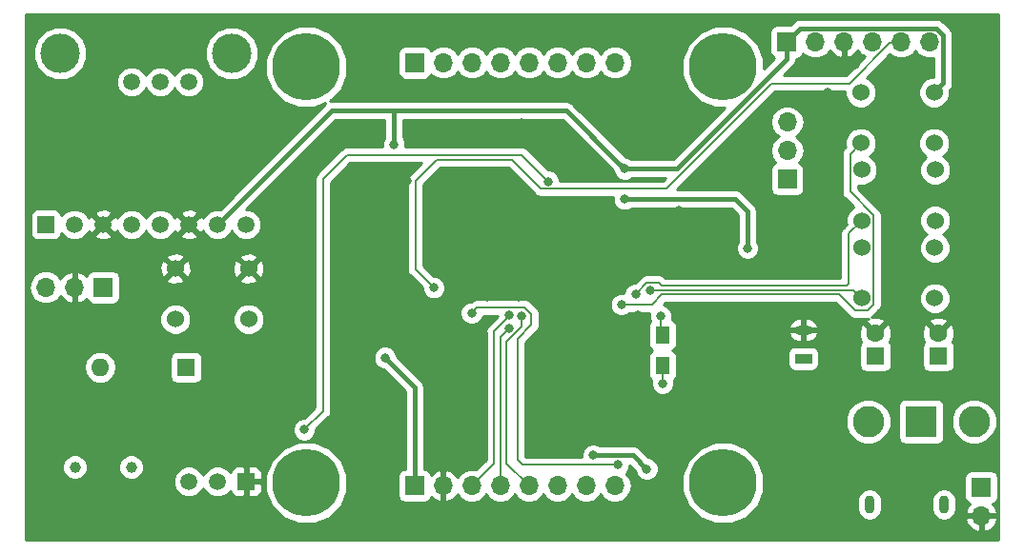
<source format=gbr>
G04 #@! TF.GenerationSoftware,KiCad,Pcbnew,5.0.2-bee76a0~70~ubuntu16.04.1*
G04 #@! TF.CreationDate,2019-02-15T13:05:02+01:00*
G04 #@! TF.ProjectId,lab,6c61622e-6b69-4636-9164-5f7063625858,rev?*
G04 #@! TF.SameCoordinates,Original*
G04 #@! TF.FileFunction,Copper,L2,Bot*
G04 #@! TF.FilePolarity,Positive*
%FSLAX46Y46*%
G04 Gerber Fmt 4.6, Leading zero omitted, Abs format (unit mm)*
G04 Created by KiCad (PCBNEW 5.0.2-bee76a0~70~ubuntu16.04.1) date fre 15 feb 2019 13:05:02*
%MOMM*%
%LPD*%
G01*
G04 APERTURE LIST*
G04 #@! TA.AperFunction,ComponentPad*
%ADD10C,2.800000*%
G04 #@! TD*
G04 #@! TA.AperFunction,ComponentPad*
%ADD11R,2.800000X2.800000*%
G04 #@! TD*
G04 #@! TA.AperFunction,ComponentPad*
%ADD12O,1.700000X1.700000*%
G04 #@! TD*
G04 #@! TA.AperFunction,ComponentPad*
%ADD13R,1.700000X1.700000*%
G04 #@! TD*
G04 #@! TA.AperFunction,ComponentPad*
%ADD14C,6.000000*%
G04 #@! TD*
G04 #@! TA.AperFunction,ComponentPad*
%ADD15C,1.600000*%
G04 #@! TD*
G04 #@! TA.AperFunction,ComponentPad*
%ADD16R,1.600000X1.600000*%
G04 #@! TD*
G04 #@! TA.AperFunction,ComponentPad*
%ADD17O,1.600000X1.600000*%
G04 #@! TD*
G04 #@! TA.AperFunction,ComponentPad*
%ADD18O,0.900000X1.600000*%
G04 #@! TD*
G04 #@! TA.AperFunction,ComponentPad*
%ADD19R,1.520000X1.520000*%
G04 #@! TD*
G04 #@! TA.AperFunction,ComponentPad*
%ADD20C,1.520000*%
G04 #@! TD*
G04 #@! TA.AperFunction,ComponentPad*
%ADD21R,1.500000X0.900000*%
G04 #@! TD*
G04 #@! TA.AperFunction,ComponentPad*
%ADD22O,1.500000X0.900000*%
G04 #@! TD*
G04 #@! TA.AperFunction,ComponentPad*
%ADD23C,1.500000*%
G04 #@! TD*
G04 #@! TA.AperFunction,ComponentPad*
%ADD24R,1.500000X1.500000*%
G04 #@! TD*
G04 #@! TA.AperFunction,ComponentPad*
%ADD25C,3.500000*%
G04 #@! TD*
G04 #@! TA.AperFunction,ComponentPad*
%ADD26C,1.000000*%
G04 #@! TD*
G04 #@! TA.AperFunction,ComponentPad*
%ADD27C,1.524000*%
G04 #@! TD*
G04 #@! TA.AperFunction,SMDPad,CuDef*
%ADD28R,1.300000X1.500000*%
G04 #@! TD*
G04 #@! TA.AperFunction,ViaPad*
%ADD29C,0.800000*%
G04 #@! TD*
G04 #@! TA.AperFunction,Conductor*
%ADD30C,0.200000*%
G04 #@! TD*
G04 #@! TA.AperFunction,Conductor*
%ADD31C,0.400000*%
G04 #@! TD*
G04 #@! TA.AperFunction,Conductor*
%ADD32C,0.254000*%
G04 #@! TD*
G04 APERTURE END LIST*
D10*
G04 #@! TO.P,SW1,3*
G04 #@! TO.N,+5V*
X170814000Y-83312000D03*
D11*
G04 #@! TO.P,SW1,2*
G04 #@! TO.N,+VIN*
X175514000Y-83312000D03*
D10*
G04 #@! TO.P,SW1,1*
G04 #@! TO.N,+BATT*
X180214000Y-83312000D03*
G04 #@! TD*
D12*
G04 #@! TO.P,U6,8*
G04 #@! TO.N,/Display/LED*
X148300000Y-89020000D03*
G04 #@! TO.P,U6,7*
G04 #@! TO.N,/SPI1_SCK*
X145760000Y-89020000D03*
G04 #@! TO.P,U6,6*
G04 #@! TO.N,/SPI1_MOSI*
X143220000Y-89020000D03*
G04 #@! TO.P,U6,5*
G04 #@! TO.N,/LCD_DC*
X140680000Y-89020000D03*
G04 #@! TO.P,U6,4*
G04 #@! TO.N,/LCD_RST*
X138140000Y-89020000D03*
G04 #@! TO.P,U6,3*
G04 #@! TO.N,/LCD_SCE*
X135600000Y-89020000D03*
G04 #@! TO.P,U6,2*
G04 #@! TO.N,GND*
X133060000Y-89020000D03*
D13*
G04 #@! TO.P,U6,1*
G04 #@! TO.N,+3V3*
X130520000Y-89020000D03*
D12*
G04 #@! TO.P,U6,*
G04 #@! TO.N,*
X135626810Y-51394875D03*
X140706810Y-51394875D03*
X138166810Y-51394875D03*
X145786810Y-51394875D03*
X143246810Y-51394875D03*
X148326810Y-51394875D03*
X133086810Y-51394875D03*
D13*
X130546810Y-51394875D03*
D14*
X120920000Y-88770000D03*
X157920000Y-88770000D03*
X157920000Y-51770000D03*
X120920000Y-51770000D03*
G04 #@! TD*
D12*
G04 #@! TO.P,BT1,2*
G04 #@! TO.N,GND*
X180848000Y-91694000D03*
D13*
G04 #@! TO.P,BT1,1*
G04 #@! TO.N,+BATT*
X180848000Y-89154000D03*
G04 #@! TD*
D15*
G04 #@! TO.P,C1,2*
G04 #@! TO.N,GND*
X177038000Y-75470000D03*
D16*
G04 #@! TO.P,C1,1*
G04 #@! TO.N,+VIN*
X177038000Y-77470000D03*
G04 #@! TD*
G04 #@! TO.P,C4,1*
G04 #@! TO.N,+3V3*
X171450000Y-77470000D03*
D15*
G04 #@! TO.P,C4,2*
G04 #@! TO.N,GND*
X171450000Y-75470000D03*
G04 #@! TD*
D17*
G04 #@! TO.P,D1,2*
G04 #@! TO.N,Net-(D1-Pad2)*
X102616000Y-78486000D03*
D16*
G04 #@! TO.P,D1,1*
G04 #@! TO.N,Net-(D1-Pad1)*
X110236000Y-78486000D03*
G04 #@! TD*
D18*
G04 #@! TO.P,J1,*
G04 #@! TO.N,*
X177544000Y-90678000D03*
X170944000Y-90678000D03*
G04 #@! TD*
D12*
G04 #@! TO.P,J2,6*
G04 #@! TO.N,/SWO*
X176276000Y-49530000D03*
G04 #@! TO.P,J2,5*
G04 #@! TO.N,/NRST*
X173736000Y-49530000D03*
G04 #@! TO.P,J2,4*
G04 #@! TO.N,/SWDIO*
X171196000Y-49530000D03*
G04 #@! TO.P,J2,3*
G04 #@! TO.N,GND*
X168656000Y-49530000D03*
G04 #@! TO.P,J2,2*
G04 #@! TO.N,/SWCLK*
X166116000Y-49530000D03*
D13*
G04 #@! TO.P,J2,1*
G04 #@! TO.N,+3V3*
X163576000Y-49530000D03*
G04 #@! TD*
D12*
G04 #@! TO.P,J3,3*
G04 #@! TO.N,/USART1_RX*
X163620000Y-56680000D03*
G04 #@! TO.P,J3,2*
G04 #@! TO.N,/USART1_TX*
X163620000Y-59220000D03*
D13*
G04 #@! TO.P,J3,1*
G04 #@! TO.N,/USART1_CK*
X163620000Y-61760000D03*
G04 #@! TD*
D19*
G04 #@! TO.P,Q1,1*
G04 #@! TO.N,GND*
X115570000Y-88646000D03*
D20*
G04 #@! TO.P,Q1,3*
G04 #@! TO.N,Net-(D1-Pad2)*
X110490000Y-88646000D03*
G04 #@! TO.P,Q1,2*
G04 #@! TO.N,Net-(Q1-Pad2)*
X113030000Y-88646000D03*
G04 #@! TD*
D21*
G04 #@! TO.P,TH1,1*
G04 #@! TO.N,Net-(R7-Pad2)*
X165050000Y-77700000D03*
D22*
G04 #@! TO.P,TH1,2*
G04 #@! TO.N,GND*
X165050000Y-75160000D03*
G04 #@! TD*
D23*
G04 #@! TO.P,U3,11*
G04 #@! TO.N,N/C*
X110490000Y-53086000D03*
G04 #@! TO.P,U3,10*
X107950000Y-53086000D03*
G04 #@! TO.P,U3,9*
X105410000Y-53086000D03*
G04 #@! TO.P,U3,8*
G04 #@! TO.N,/CS_INT*
X115570000Y-65786000D03*
G04 #@! TO.P,U3,7*
G04 #@! TO.N,+3V3*
X113030000Y-65786000D03*
G04 #@! TO.P,U3,6*
G04 #@! TO.N,GND*
X110490000Y-65786000D03*
G04 #@! TO.P,U3,5*
G04 #@! TO.N,/I2C1_SDA*
X107950000Y-65786000D03*
G04 #@! TO.P,U3,4*
G04 #@! TO.N,/I2C1_SCL*
X105410000Y-65786000D03*
G04 #@! TO.P,U3,3*
G04 #@! TO.N,GND*
X102870000Y-65786000D03*
G04 #@! TO.P,U3,2*
G04 #@! TO.N,Net-(U3-Pad2)*
X100330000Y-65786000D03*
D24*
G04 #@! TO.P,U3,1*
G04 #@! TO.N,+3V3*
X97790000Y-65786000D03*
D25*
G04 #@! TO.P,U3,*
G04 #@! TO.N,*
X114300000Y-50546000D03*
X99060000Y-50546000D03*
G04 #@! TD*
D13*
G04 #@! TO.P,U4,1*
G04 #@! TO.N,Net-(R18-Pad2)*
X102870000Y-71374000D03*
D12*
G04 #@! TO.P,U4,2*
G04 #@! TO.N,GND*
X100330000Y-71374000D03*
G04 #@! TO.P,U4,3*
G04 #@! TO.N,+3V3*
X97790000Y-71374000D03*
G04 #@! TD*
D26*
G04 #@! TO.P,U7,1*
G04 #@! TO.N,+3V3*
X100370000Y-87376000D03*
G04 #@! TO.P,U7,2*
G04 #@! TO.N,Net-(D1-Pad2)*
X105370000Y-87376000D03*
G04 #@! TD*
D27*
G04 #@! TO.P,U8,4*
G04 #@! TO.N,/NRST*
X115790000Y-74200000D03*
G04 #@! TO.P,U8,3*
X109290000Y-74200000D03*
G04 #@! TO.P,U8,2*
G04 #@! TO.N,GND*
X115790000Y-69700000D03*
G04 #@! TO.P,U8,1*
X109290000Y-69700000D03*
G04 #@! TD*
G04 #@! TO.P,U9,1*
G04 #@! TO.N,+3V3*
X170154000Y-54038000D03*
G04 #@! TO.P,U9,2*
X176654000Y-54038000D03*
G04 #@! TO.P,U9,3*
G04 #@! TO.N,/TIM_START*
X170154000Y-58538000D03*
G04 #@! TO.P,U9,4*
X176654000Y-58538000D03*
G04 #@! TD*
G04 #@! TO.P,U10,1*
G04 #@! TO.N,+3V3*
X170254000Y-60918000D03*
G04 #@! TO.P,U10,2*
X176754000Y-60918000D03*
G04 #@! TO.P,U10,3*
G04 #@! TO.N,/TIM_INC*
X170254000Y-65418000D03*
G04 #@! TO.P,U10,4*
X176754000Y-65418000D03*
G04 #@! TD*
G04 #@! TO.P,U11,4*
G04 #@! TO.N,/TIM_RES*
X176732000Y-72354000D03*
G04 #@! TO.P,U11,3*
X170232000Y-72354000D03*
G04 #@! TO.P,U11,2*
G04 #@! TO.N,+3V3*
X176732000Y-67854000D03*
G04 #@! TO.P,U11,1*
X170232000Y-67854000D03*
G04 #@! TD*
D28*
G04 #@! TO.P,R19,2*
G04 #@! TO.N,/Temp Sensor/INAMPFB*
X152550000Y-75620000D03*
G04 #@! TO.P,R19,1*
G04 #@! TO.N,/TEMPOUT*
X152550000Y-78320000D03*
G04 #@! TD*
D29*
G04 #@! TO.N,GND*
X145750000Y-55250000D03*
X141750000Y-59000000D03*
X143500000Y-57250000D03*
X133500000Y-61500000D03*
X133600000Y-63700000D03*
X133600000Y-65600000D03*
X129900000Y-60700000D03*
X129900000Y-61900000D03*
X127100000Y-58600000D03*
X127750000Y-67000000D03*
X127750000Y-65250000D03*
X131100000Y-72400000D03*
X127900000Y-74300000D03*
X127900000Y-72000000D03*
X133300000Y-76100000D03*
X135400000Y-78300000D03*
X146200000Y-78700000D03*
X146200000Y-76100000D03*
X144800000Y-77000000D03*
X141300000Y-78500000D03*
X141300000Y-81600000D03*
X141400000Y-84400000D03*
X144900000Y-84600000D03*
X150500000Y-88900000D03*
X151800000Y-90600000D03*
X147000000Y-90700000D03*
X141600000Y-90700000D03*
X139300000Y-90700000D03*
X136800000Y-90700000D03*
X134200000Y-90700000D03*
X114500000Y-86000000D03*
X117600000Y-86100000D03*
X115600000Y-91500000D03*
X112900000Y-91500000D03*
X110100000Y-90500000D03*
X106500000Y-88700000D03*
X102950000Y-74000000D03*
X102950000Y-76500000D03*
X109400000Y-64000000D03*
X108300000Y-63100000D03*
X102400000Y-63000000D03*
X99200000Y-67300000D03*
X101600000Y-67300000D03*
X104300000Y-67300000D03*
X106800000Y-67300000D03*
X153500000Y-52250000D03*
X149750000Y-56000000D03*
X145500000Y-60000000D03*
X156500000Y-56000000D03*
X153250000Y-59250000D03*
X167500000Y-50900000D03*
X172300000Y-51550000D03*
X175250000Y-51500000D03*
X173750000Y-52600000D03*
X171750000Y-55500000D03*
X175250000Y-55500000D03*
X173500000Y-57250000D03*
X171750000Y-62250000D03*
X175250000Y-62250000D03*
X173500000Y-64000000D03*
X173500000Y-59750000D03*
X173500000Y-66500000D03*
X172500000Y-69250000D03*
X175000000Y-69250000D03*
X173750000Y-70750000D03*
X167900000Y-67150000D03*
X157750000Y-65250000D03*
X161500000Y-63000000D03*
X161500000Y-60750000D03*
X156500000Y-61750000D03*
X159000000Y-59250000D03*
X161250000Y-56750000D03*
X154000000Y-64500000D03*
X147750000Y-64750000D03*
X146250000Y-66000000D03*
X144750000Y-66000000D03*
X142750000Y-67750000D03*
X139750000Y-67750000D03*
X137000000Y-67750000D03*
X137000000Y-70000000D03*
X139750000Y-70000000D03*
X142750000Y-70000000D03*
X142750000Y-72250000D03*
X139750000Y-72250000D03*
X137000000Y-72250000D03*
X133750000Y-79750000D03*
X155500000Y-75500000D03*
X154250000Y-76750000D03*
X155750000Y-78500000D03*
X159250000Y-78500000D03*
X159250000Y-77000000D03*
X163000000Y-77000000D03*
X163000000Y-75500000D03*
X167750000Y-77500000D03*
X166250000Y-79000000D03*
X163000000Y-80500000D03*
X159250000Y-84500000D03*
X161500000Y-86000000D03*
X163250000Y-84250000D03*
X166000000Y-83500000D03*
X169750000Y-86000000D03*
X171500000Y-86000000D03*
X174500000Y-86000000D03*
X176750000Y-86000000D03*
X179000000Y-86000000D03*
X179000000Y-90750000D03*
X177000000Y-93000000D03*
X174250000Y-93000000D03*
X171500000Y-93000000D03*
X164750000Y-88000000D03*
X164750000Y-89750000D03*
X161250000Y-92500000D03*
X107400000Y-76500000D03*
X108000000Y-82500000D03*
X108250000Y-85500000D03*
X112500000Y-82250000D03*
X112500000Y-76750000D03*
X103750000Y-82000000D03*
X103500000Y-87750000D03*
X107400000Y-70000000D03*
X111500000Y-70000000D03*
X114000000Y-70000000D03*
X116500000Y-72000000D03*
X114000000Y-73000000D03*
X111500000Y-73000000D03*
X107400000Y-73000000D03*
X163000000Y-65000000D03*
X164500000Y-67000000D03*
X179350000Y-48400000D03*
X179500000Y-55000000D03*
X179500000Y-62250000D03*
X179500000Y-69250000D03*
X179500000Y-75500000D03*
X179500000Y-73750000D03*
X179500000Y-79000000D03*
X178500000Y-81250000D03*
X180500000Y-80500000D03*
X153590000Y-73120000D03*
X153590000Y-69420000D03*
X134000000Y-58500000D03*
X169700000Y-51600000D03*
X131100000Y-77774002D03*
X134700000Y-82700000D03*
X133000000Y-84600000D03*
X120900000Y-76900000D03*
X124000000Y-81500000D03*
X129250000Y-84250000D03*
X120550000Y-65100000D03*
X120600000Y-68500000D03*
X120650000Y-72550000D03*
X123500000Y-62500000D03*
X123500000Y-72250000D03*
X127750000Y-63500000D03*
X123900000Y-56900000D03*
X121800000Y-59000000D03*
X119600000Y-61100000D03*
X117400000Y-63300000D03*
X113250000Y-63000000D03*
X110500000Y-60500000D03*
X98750000Y-60000000D03*
X127900000Y-79450000D03*
X140000000Y-56750000D03*
X163250000Y-54500000D03*
X167200000Y-54050000D03*
X167200000Y-60650000D03*
X174750000Y-73500000D03*
X126750000Y-69500000D03*
X125000000Y-70500000D03*
X125000000Y-68750000D03*
X123500000Y-66750000D03*
X118250000Y-67750000D03*
X105750000Y-63000000D03*
X132000000Y-81500000D03*
X129250000Y-81500000D03*
X150500000Y-50750000D03*
X153000000Y-48250000D03*
X149680000Y-84170000D03*
X150350000Y-73850000D03*
G04 #@! TO.N,/NRST*
X132250000Y-71400000D03*
G04 #@! TO.N,+3V3*
X149150000Y-63525000D03*
X149200000Y-60825000D03*
X160100000Y-67900000D03*
X151150000Y-87525000D03*
X127900000Y-77625000D03*
X128700000Y-58650000D03*
X146375016Y-86300000D03*
G04 #@! TO.N,/Temp Sensor/INAMPFB*
X152400000Y-73914000D03*
G04 #@! TO.N,/TEMPOUT*
X135600000Y-73650000D03*
X148600000Y-87150000D03*
X152549990Y-79900000D03*
G04 #@! TO.N,/LCD_DC*
X140030000Y-73890000D03*
G04 #@! TO.N,/LCD_RST*
X138900000Y-75000000D03*
G04 #@! TO.N,/LCD_SCE*
X138925000Y-73875000D03*
G04 #@! TO.N,/TIM_START*
X148900000Y-72900000D03*
G04 #@! TO.N,/TIM_INC*
X150150000Y-71975000D03*
G04 #@! TO.N,/TIM_RES*
X151450000Y-71625000D03*
G04 #@! TO.N,/PIEZOPWM*
X142400000Y-61950000D03*
X120725000Y-84025000D03*
G04 #@! TD*
D30*
G04 #@! TO.N,GND*
X134000000Y-58500000D02*
X134500000Y-58000000D01*
X134500000Y-58000000D02*
X135500000Y-58000000D01*
X169700000Y-50574000D02*
X169700000Y-51600000D01*
G04 #@! TO.N,/NRST*
X130600000Y-69750000D02*
X132250000Y-71400000D01*
X169129002Y-53225000D02*
X162250000Y-53225000D01*
X152874999Y-62600001D02*
X141750001Y-62600001D01*
X130600000Y-61900000D02*
X130600000Y-69750000D01*
X162250000Y-53225000D02*
X152874999Y-62600001D01*
X141750001Y-62600001D02*
X139150000Y-60000000D01*
X139150000Y-60000000D02*
X132500000Y-60000000D01*
X132500000Y-60000000D02*
X130600000Y-61900000D01*
X169129002Y-53225000D02*
X172704002Y-49650000D01*
X173616000Y-49650000D02*
X173736000Y-49530000D01*
X172704002Y-49650000D02*
X173616000Y-49650000D01*
D31*
G04 #@! TO.N,+3V3*
X163576000Y-51072002D02*
X153823002Y-60825000D01*
X163576000Y-49530000D02*
X163576000Y-51072002D01*
X153823002Y-60825000D02*
X149200000Y-60825000D01*
X159025000Y-63525000D02*
X149150000Y-63525000D01*
X160100000Y-64600000D02*
X159025000Y-63525000D01*
X160100000Y-67900000D02*
X160100000Y-64600000D01*
X130520000Y-80245000D02*
X130520000Y-89020000D01*
X127900000Y-77625000D02*
X130520000Y-80245000D01*
X148800001Y-60425001D02*
X148775001Y-60425001D01*
X149200000Y-60825000D02*
X148800001Y-60425001D01*
X148775001Y-60425001D02*
X143975000Y-55625000D01*
X123191000Y-55625000D02*
X113030000Y-65786000D01*
X128700000Y-55675000D02*
X128750000Y-55625000D01*
X128700000Y-58650000D02*
X128700000Y-55675000D01*
X128750000Y-55625000D02*
X123191000Y-55625000D01*
X143975000Y-55625000D02*
X128750000Y-55625000D01*
X164776001Y-48329999D02*
X163576000Y-49530000D01*
X176654000Y-54038000D02*
X177476001Y-53215999D01*
X177476001Y-53215999D02*
X177476001Y-48953999D01*
X177476001Y-48953999D02*
X176852001Y-48329999D01*
X176852001Y-48329999D02*
X164776001Y-48329999D01*
X146940701Y-86300000D02*
X146375016Y-86300000D01*
X149925000Y-86300000D02*
X146940701Y-86300000D01*
X151150000Y-87525000D02*
X149925000Y-86300000D01*
D30*
G04 #@! TO.N,/Temp Sensor/INAMPFB*
X152400000Y-75612000D02*
X152400000Y-73914000D01*
G04 #@! TO.N,/TEMPOUT*
X148034315Y-87150000D02*
X148600000Y-87150000D01*
X139650000Y-86725000D02*
X140075000Y-87150000D01*
X139650000Y-75950000D02*
X139650000Y-86725000D01*
X140075000Y-87150000D02*
X148034315Y-87150000D01*
X140880000Y-74720000D02*
X139650000Y-75950000D01*
X135600000Y-73650000D02*
X136090002Y-73159998D01*
X136090002Y-73159998D02*
X140319998Y-73159998D01*
X140880000Y-73720000D02*
X140880000Y-74720000D01*
X140319998Y-73159998D02*
X140880000Y-73720000D01*
X152550000Y-79899990D02*
X152549990Y-79900000D01*
X152550000Y-78320000D02*
X152550000Y-79899990D01*
G04 #@! TO.N,/LCD_DC*
X138684000Y-76178002D02*
X140030000Y-74832002D01*
X140030000Y-74455685D02*
X140030000Y-73890000D01*
X140680000Y-89020000D02*
X138684000Y-87024000D01*
X140030000Y-74832002D02*
X140030000Y-74455685D01*
X138684000Y-87024000D02*
X138684000Y-76178002D01*
G04 #@! TO.N,/LCD_RST*
X138140000Y-75760000D02*
X138900000Y-75000000D01*
X138140000Y-89020000D02*
X138140000Y-75760000D01*
G04 #@! TO.N,/LCD_SCE*
X136449999Y-88170001D02*
X136454999Y-88170001D01*
X135600000Y-89020000D02*
X136449999Y-88170001D01*
X136454999Y-88170001D02*
X137600000Y-87025000D01*
X137600000Y-75275000D02*
X139000000Y-73875000D01*
X137600000Y-87025000D02*
X137600000Y-75275000D01*
G04 #@! TO.N,/TIM_START*
X169200000Y-62866238D02*
X169200000Y-59492000D01*
X171266001Y-64932239D02*
X169200000Y-62866238D01*
X170725000Y-73425000D02*
X171266001Y-72883999D01*
X171266001Y-72883999D02*
X171266001Y-64932239D01*
X169625000Y-73425000D02*
X170725000Y-73425000D01*
X148900000Y-72900000D02*
X151600000Y-72900000D01*
X151600000Y-72900000D02*
X152500000Y-72000000D01*
X168200000Y-72000000D02*
X169625000Y-73425000D01*
X169200000Y-59492000D02*
X170154000Y-58538000D01*
X152500000Y-72000000D02*
X168200000Y-72000000D01*
G04 #@! TO.N,/TIM_INC*
X151150001Y-70974999D02*
X152199999Y-70974999D01*
X150150000Y-71975000D02*
X151150001Y-70974999D01*
X152199999Y-70974999D02*
X152475000Y-71250000D01*
X152475000Y-71250000D02*
X168900000Y-71250000D01*
X168900000Y-71250000D02*
X169075000Y-71075000D01*
X169075000Y-66597000D02*
X170254000Y-65418000D01*
X169075000Y-71075000D02*
X169075000Y-66597000D01*
G04 #@! TO.N,/TIM_RES*
X169503000Y-71625000D02*
X170232000Y-72354000D01*
X151450000Y-71625000D02*
X169503000Y-71625000D01*
G04 #@! TO.N,/PIEZOPWM*
X122400000Y-82350000D02*
X120725000Y-84025000D01*
X122400000Y-81875000D02*
X122400000Y-82350000D01*
X122400000Y-61725000D02*
X122400000Y-63425000D01*
X122400000Y-63425000D02*
X122400000Y-81875000D01*
X122400000Y-63300000D02*
X122400000Y-63425000D01*
X124525000Y-59600000D02*
X122400000Y-61725000D01*
X140050000Y-59600000D02*
X124525000Y-59600000D01*
X142400000Y-61950000D02*
X140050000Y-59600000D01*
G04 #@! TD*
D32*
G04 #@! TO.N,GND*
G36*
X182390001Y-93790000D02*
X96010000Y-93790000D01*
X96010000Y-87150234D01*
X99235000Y-87150234D01*
X99235000Y-87601766D01*
X99407793Y-88018926D01*
X99727074Y-88338207D01*
X100144234Y-88511000D01*
X100595766Y-88511000D01*
X101012926Y-88338207D01*
X101332207Y-88018926D01*
X101505000Y-87601766D01*
X101505000Y-87150234D01*
X104235000Y-87150234D01*
X104235000Y-87601766D01*
X104407793Y-88018926D01*
X104727074Y-88338207D01*
X105144234Y-88511000D01*
X105595766Y-88511000D01*
X105939751Y-88368517D01*
X109095000Y-88368517D01*
X109095000Y-88923483D01*
X109307376Y-89436204D01*
X109699796Y-89828624D01*
X110212517Y-90041000D01*
X110767483Y-90041000D01*
X111280204Y-89828624D01*
X111672624Y-89436204D01*
X111760000Y-89225260D01*
X111847376Y-89436204D01*
X112239796Y-89828624D01*
X112752517Y-90041000D01*
X113307483Y-90041000D01*
X113820204Y-89828624D01*
X114175000Y-89473828D01*
X114175000Y-89532309D01*
X114271673Y-89765698D01*
X114450301Y-89944327D01*
X114683690Y-90041000D01*
X115284250Y-90041000D01*
X115443000Y-89882250D01*
X115443000Y-88773000D01*
X115697000Y-88773000D01*
X115697000Y-89882250D01*
X115855750Y-90041000D01*
X116456310Y-90041000D01*
X116689699Y-89944327D01*
X116868327Y-89765698D01*
X116965000Y-89532309D01*
X116965000Y-88931750D01*
X116806250Y-88773000D01*
X115697000Y-88773000D01*
X115443000Y-88773000D01*
X115423000Y-88773000D01*
X115423000Y-88519000D01*
X115443000Y-88519000D01*
X115443000Y-87409750D01*
X115697000Y-87409750D01*
X115697000Y-88519000D01*
X116806250Y-88519000D01*
X116965000Y-88360250D01*
X116965000Y-88046954D01*
X117285000Y-88046954D01*
X117285000Y-89493046D01*
X117838396Y-90829062D01*
X118860938Y-91851604D01*
X120196954Y-92405000D01*
X121643046Y-92405000D01*
X122979062Y-91851604D01*
X124001604Y-90829062D01*
X124555000Y-89493046D01*
X124555000Y-88046954D01*
X124001604Y-86710938D01*
X122979062Y-85688396D01*
X121643046Y-85135000D01*
X120196954Y-85135000D01*
X118860938Y-85688396D01*
X117838396Y-86710938D01*
X117285000Y-88046954D01*
X116965000Y-88046954D01*
X116965000Y-87759691D01*
X116868327Y-87526302D01*
X116689699Y-87347673D01*
X116456310Y-87251000D01*
X115855750Y-87251000D01*
X115697000Y-87409750D01*
X115443000Y-87409750D01*
X115284250Y-87251000D01*
X114683690Y-87251000D01*
X114450301Y-87347673D01*
X114271673Y-87526302D01*
X114175000Y-87759691D01*
X114175000Y-87818172D01*
X113820204Y-87463376D01*
X113307483Y-87251000D01*
X112752517Y-87251000D01*
X112239796Y-87463376D01*
X111847376Y-87855796D01*
X111760000Y-88066740D01*
X111672624Y-87855796D01*
X111280204Y-87463376D01*
X110767483Y-87251000D01*
X110212517Y-87251000D01*
X109699796Y-87463376D01*
X109307376Y-87855796D01*
X109095000Y-88368517D01*
X105939751Y-88368517D01*
X106012926Y-88338207D01*
X106332207Y-88018926D01*
X106505000Y-87601766D01*
X106505000Y-87150234D01*
X106332207Y-86733074D01*
X106012926Y-86413793D01*
X105595766Y-86241000D01*
X105144234Y-86241000D01*
X104727074Y-86413793D01*
X104407793Y-86733074D01*
X104235000Y-87150234D01*
X101505000Y-87150234D01*
X101332207Y-86733074D01*
X101012926Y-86413793D01*
X100595766Y-86241000D01*
X100144234Y-86241000D01*
X99727074Y-86413793D01*
X99407793Y-86733074D01*
X99235000Y-87150234D01*
X96010000Y-87150234D01*
X96010000Y-78486000D01*
X101152887Y-78486000D01*
X101264260Y-79045909D01*
X101581423Y-79520577D01*
X102056091Y-79837740D01*
X102474667Y-79921000D01*
X102757333Y-79921000D01*
X103175909Y-79837740D01*
X103650577Y-79520577D01*
X103967740Y-79045909D01*
X104079113Y-78486000D01*
X103967740Y-77926091D01*
X103807317Y-77686000D01*
X108788560Y-77686000D01*
X108788560Y-79286000D01*
X108837843Y-79533765D01*
X108978191Y-79743809D01*
X109188235Y-79884157D01*
X109436000Y-79933440D01*
X111036000Y-79933440D01*
X111283765Y-79884157D01*
X111493809Y-79743809D01*
X111634157Y-79533765D01*
X111683440Y-79286000D01*
X111683440Y-77686000D01*
X111634157Y-77438235D01*
X111493809Y-77228191D01*
X111283765Y-77087843D01*
X111036000Y-77038560D01*
X109436000Y-77038560D01*
X109188235Y-77087843D01*
X108978191Y-77228191D01*
X108837843Y-77438235D01*
X108788560Y-77686000D01*
X103807317Y-77686000D01*
X103650577Y-77451423D01*
X103175909Y-77134260D01*
X102757333Y-77051000D01*
X102474667Y-77051000D01*
X102056091Y-77134260D01*
X101581423Y-77451423D01*
X101264260Y-77926091D01*
X101152887Y-78486000D01*
X96010000Y-78486000D01*
X96010000Y-73922119D01*
X107893000Y-73922119D01*
X107893000Y-74477881D01*
X108105680Y-74991337D01*
X108498663Y-75384320D01*
X109012119Y-75597000D01*
X109567881Y-75597000D01*
X110081337Y-75384320D01*
X110474320Y-74991337D01*
X110687000Y-74477881D01*
X110687000Y-73922119D01*
X114393000Y-73922119D01*
X114393000Y-74477881D01*
X114605680Y-74991337D01*
X114998663Y-75384320D01*
X115512119Y-75597000D01*
X116067881Y-75597000D01*
X116581337Y-75384320D01*
X116974320Y-74991337D01*
X117187000Y-74477881D01*
X117187000Y-73922119D01*
X116974320Y-73408663D01*
X116581337Y-73015680D01*
X116067881Y-72803000D01*
X115512119Y-72803000D01*
X114998663Y-73015680D01*
X114605680Y-73408663D01*
X114393000Y-73922119D01*
X110687000Y-73922119D01*
X110474320Y-73408663D01*
X110081337Y-73015680D01*
X109567881Y-72803000D01*
X109012119Y-72803000D01*
X108498663Y-73015680D01*
X108105680Y-73408663D01*
X107893000Y-73922119D01*
X96010000Y-73922119D01*
X96010000Y-71374000D01*
X96275908Y-71374000D01*
X96391161Y-71953418D01*
X96719375Y-72444625D01*
X97210582Y-72772839D01*
X97643744Y-72859000D01*
X97936256Y-72859000D01*
X98369418Y-72772839D01*
X98860625Y-72444625D01*
X99073843Y-72125522D01*
X99134817Y-72255358D01*
X99563076Y-72645645D01*
X99973110Y-72815476D01*
X100203000Y-72694155D01*
X100203000Y-71501000D01*
X100183000Y-71501000D01*
X100183000Y-71247000D01*
X100203000Y-71247000D01*
X100203000Y-70053845D01*
X100457000Y-70053845D01*
X100457000Y-71247000D01*
X100477000Y-71247000D01*
X100477000Y-71501000D01*
X100457000Y-71501000D01*
X100457000Y-72694155D01*
X100686890Y-72815476D01*
X101096924Y-72645645D01*
X101401261Y-72368292D01*
X101421843Y-72471765D01*
X101562191Y-72681809D01*
X101772235Y-72822157D01*
X102020000Y-72871440D01*
X103720000Y-72871440D01*
X103967765Y-72822157D01*
X104177809Y-72681809D01*
X104318157Y-72471765D01*
X104367440Y-72224000D01*
X104367440Y-70680213D01*
X108489392Y-70680213D01*
X108558857Y-70922397D01*
X109082302Y-71109144D01*
X109637368Y-71081362D01*
X110021143Y-70922397D01*
X110090608Y-70680213D01*
X114989392Y-70680213D01*
X115058857Y-70922397D01*
X115582302Y-71109144D01*
X116137368Y-71081362D01*
X116521143Y-70922397D01*
X116590608Y-70680213D01*
X115790000Y-69879605D01*
X114989392Y-70680213D01*
X110090608Y-70680213D01*
X109290000Y-69879605D01*
X108489392Y-70680213D01*
X104367440Y-70680213D01*
X104367440Y-70524000D01*
X104318157Y-70276235D01*
X104177809Y-70066191D01*
X103967765Y-69925843D01*
X103720000Y-69876560D01*
X102020000Y-69876560D01*
X101772235Y-69925843D01*
X101562191Y-70066191D01*
X101421843Y-70276235D01*
X101401261Y-70379708D01*
X101096924Y-70102355D01*
X100686890Y-69932524D01*
X100457000Y-70053845D01*
X100203000Y-70053845D01*
X99973110Y-69932524D01*
X99563076Y-70102355D01*
X99134817Y-70492642D01*
X99073843Y-70622478D01*
X98860625Y-70303375D01*
X98369418Y-69975161D01*
X97936256Y-69889000D01*
X97643744Y-69889000D01*
X97210582Y-69975161D01*
X96719375Y-70303375D01*
X96391161Y-70794582D01*
X96275908Y-71374000D01*
X96010000Y-71374000D01*
X96010000Y-69492302D01*
X107880856Y-69492302D01*
X107908638Y-70047368D01*
X108067603Y-70431143D01*
X108309787Y-70500608D01*
X109110395Y-69700000D01*
X109469605Y-69700000D01*
X110270213Y-70500608D01*
X110512397Y-70431143D01*
X110699144Y-69907698D01*
X110678353Y-69492302D01*
X114380856Y-69492302D01*
X114408638Y-70047368D01*
X114567603Y-70431143D01*
X114809787Y-70500608D01*
X115610395Y-69700000D01*
X115969605Y-69700000D01*
X116770213Y-70500608D01*
X117012397Y-70431143D01*
X117199144Y-69907698D01*
X117171362Y-69352632D01*
X117012397Y-68968857D01*
X116770213Y-68899392D01*
X115969605Y-69700000D01*
X115610395Y-69700000D01*
X114809787Y-68899392D01*
X114567603Y-68968857D01*
X114380856Y-69492302D01*
X110678353Y-69492302D01*
X110671362Y-69352632D01*
X110512397Y-68968857D01*
X110270213Y-68899392D01*
X109469605Y-69700000D01*
X109110395Y-69700000D01*
X108309787Y-68899392D01*
X108067603Y-68968857D01*
X107880856Y-69492302D01*
X96010000Y-69492302D01*
X96010000Y-68719787D01*
X108489392Y-68719787D01*
X109290000Y-69520395D01*
X110090608Y-68719787D01*
X114989392Y-68719787D01*
X115790000Y-69520395D01*
X116590608Y-68719787D01*
X116521143Y-68477603D01*
X115997698Y-68290856D01*
X115442632Y-68318638D01*
X115058857Y-68477603D01*
X114989392Y-68719787D01*
X110090608Y-68719787D01*
X110021143Y-68477603D01*
X109497698Y-68290856D01*
X108942632Y-68318638D01*
X108558857Y-68477603D01*
X108489392Y-68719787D01*
X96010000Y-68719787D01*
X96010000Y-65036000D01*
X96392560Y-65036000D01*
X96392560Y-66536000D01*
X96441843Y-66783765D01*
X96582191Y-66993809D01*
X96792235Y-67134157D01*
X97040000Y-67183440D01*
X98540000Y-67183440D01*
X98787765Y-67134157D01*
X98997809Y-66993809D01*
X99138157Y-66783765D01*
X99176469Y-66591156D01*
X99545460Y-66960147D01*
X100054506Y-67171000D01*
X100605494Y-67171000D01*
X101114540Y-66960147D01*
X101317170Y-66757517D01*
X102078088Y-66757517D01*
X102146077Y-66998460D01*
X102665171Y-67183201D01*
X103215448Y-67155230D01*
X103593923Y-66998460D01*
X103661912Y-66757517D01*
X102870000Y-65965605D01*
X102078088Y-66757517D01*
X101317170Y-66757517D01*
X101504147Y-66570540D01*
X101593397Y-66355070D01*
X101657540Y-66509923D01*
X101898483Y-66577912D01*
X102690395Y-65786000D01*
X103049605Y-65786000D01*
X103841517Y-66577912D01*
X104082460Y-66509923D01*
X104141745Y-66343342D01*
X104235853Y-66570540D01*
X104625460Y-66960147D01*
X105134506Y-67171000D01*
X105685494Y-67171000D01*
X106194540Y-66960147D01*
X106584147Y-66570540D01*
X106680000Y-66339130D01*
X106775853Y-66570540D01*
X107165460Y-66960147D01*
X107674506Y-67171000D01*
X108225494Y-67171000D01*
X108734540Y-66960147D01*
X108937170Y-66757517D01*
X109698088Y-66757517D01*
X109766077Y-66998460D01*
X110285171Y-67183201D01*
X110835448Y-67155230D01*
X111213923Y-66998460D01*
X111281912Y-66757517D01*
X110490000Y-65965605D01*
X109698088Y-66757517D01*
X108937170Y-66757517D01*
X109124147Y-66570540D01*
X109213397Y-66355070D01*
X109277540Y-66509923D01*
X109518483Y-66577912D01*
X110310395Y-65786000D01*
X110669605Y-65786000D01*
X111461517Y-66577912D01*
X111702460Y-66509923D01*
X111761745Y-66343342D01*
X111855853Y-66570540D01*
X112245460Y-66960147D01*
X112754506Y-67171000D01*
X113305494Y-67171000D01*
X113814540Y-66960147D01*
X114204147Y-66570540D01*
X114300000Y-66339130D01*
X114395853Y-66570540D01*
X114785460Y-66960147D01*
X115294506Y-67171000D01*
X115845494Y-67171000D01*
X116354540Y-66960147D01*
X116744147Y-66570540D01*
X116955000Y-66061494D01*
X116955000Y-65510506D01*
X116744147Y-65001460D01*
X116354540Y-64611853D01*
X115845494Y-64401000D01*
X115595867Y-64401000D01*
X123536868Y-56460000D01*
X127865001Y-56460000D01*
X127865000Y-58021289D01*
X127822569Y-58063720D01*
X127665000Y-58444126D01*
X127665000Y-58855874D01*
X127668780Y-58865000D01*
X124597384Y-58865000D01*
X124525000Y-58850602D01*
X124452616Y-58865000D01*
X124452612Y-58865000D01*
X124238217Y-58907646D01*
X123995095Y-59070095D01*
X123954090Y-59131463D01*
X121931465Y-61154089D01*
X121870095Y-61195095D01*
X121707646Y-61438218D01*
X121665000Y-61652613D01*
X121665000Y-61652616D01*
X121650602Y-61725000D01*
X121665000Y-61797385D01*
X121665001Y-63227609D01*
X121665000Y-63227613D01*
X121665000Y-63352613D01*
X121665001Y-81802608D01*
X121665000Y-81802613D01*
X121665000Y-82045553D01*
X120720554Y-82990000D01*
X120519126Y-82990000D01*
X120138720Y-83147569D01*
X119847569Y-83438720D01*
X119690000Y-83819126D01*
X119690000Y-84230874D01*
X119847569Y-84611280D01*
X120138720Y-84902431D01*
X120519126Y-85060000D01*
X120930874Y-85060000D01*
X121311280Y-84902431D01*
X121602431Y-84611280D01*
X121760000Y-84230874D01*
X121760000Y-84029446D01*
X122868537Y-82920910D01*
X122929905Y-82879905D01*
X123092354Y-82636783D01*
X123135000Y-82422388D01*
X123149399Y-82350000D01*
X123135000Y-82277612D01*
X123135000Y-77419126D01*
X126865000Y-77419126D01*
X126865000Y-77830874D01*
X127022569Y-78211280D01*
X127313720Y-78502431D01*
X127694126Y-78660000D01*
X127754133Y-78660000D01*
X129685000Y-80590868D01*
X129685001Y-87522560D01*
X129670000Y-87522560D01*
X129422235Y-87571843D01*
X129212191Y-87712191D01*
X129071843Y-87922235D01*
X129022560Y-88170000D01*
X129022560Y-89870000D01*
X129071843Y-90117765D01*
X129212191Y-90327809D01*
X129422235Y-90468157D01*
X129670000Y-90517440D01*
X131370000Y-90517440D01*
X131617765Y-90468157D01*
X131827809Y-90327809D01*
X131968157Y-90117765D01*
X131988739Y-90014292D01*
X132293076Y-90291645D01*
X132703110Y-90461476D01*
X132933000Y-90340155D01*
X132933000Y-89147000D01*
X132913000Y-89147000D01*
X132913000Y-88893000D01*
X132933000Y-88893000D01*
X132933000Y-87699845D01*
X133187000Y-87699845D01*
X133187000Y-88893000D01*
X133207000Y-88893000D01*
X133207000Y-89147000D01*
X133187000Y-89147000D01*
X133187000Y-90340155D01*
X133416890Y-90461476D01*
X133826924Y-90291645D01*
X134255183Y-89901358D01*
X134316157Y-89771522D01*
X134529375Y-90090625D01*
X135020582Y-90418839D01*
X135453744Y-90505000D01*
X135746256Y-90505000D01*
X136179418Y-90418839D01*
X136670625Y-90090625D01*
X136870000Y-89792239D01*
X137069375Y-90090625D01*
X137560582Y-90418839D01*
X137993744Y-90505000D01*
X138286256Y-90505000D01*
X138719418Y-90418839D01*
X139210625Y-90090625D01*
X139410000Y-89792239D01*
X139609375Y-90090625D01*
X140100582Y-90418839D01*
X140533744Y-90505000D01*
X140826256Y-90505000D01*
X141259418Y-90418839D01*
X141750625Y-90090625D01*
X141950000Y-89792239D01*
X142149375Y-90090625D01*
X142640582Y-90418839D01*
X143073744Y-90505000D01*
X143366256Y-90505000D01*
X143799418Y-90418839D01*
X144290625Y-90090625D01*
X144490000Y-89792239D01*
X144689375Y-90090625D01*
X145180582Y-90418839D01*
X145613744Y-90505000D01*
X145906256Y-90505000D01*
X146339418Y-90418839D01*
X146830625Y-90090625D01*
X147030000Y-89792239D01*
X147229375Y-90090625D01*
X147720582Y-90418839D01*
X148153744Y-90505000D01*
X148446256Y-90505000D01*
X148879418Y-90418839D01*
X149370625Y-90090625D01*
X149698839Y-89599418D01*
X149814092Y-89020000D01*
X149698839Y-88440582D01*
X149370625Y-87949375D01*
X149306909Y-87906802D01*
X149477431Y-87736280D01*
X149635000Y-87355874D01*
X149635000Y-87190867D01*
X150115000Y-87670868D01*
X150115000Y-87730874D01*
X150272569Y-88111280D01*
X150563720Y-88402431D01*
X150944126Y-88560000D01*
X151355874Y-88560000D01*
X151736280Y-88402431D01*
X152027431Y-88111280D01*
X152054075Y-88046954D01*
X154285000Y-88046954D01*
X154285000Y-89493046D01*
X154838396Y-90829062D01*
X155860938Y-91851604D01*
X157196954Y-92405000D01*
X158643046Y-92405000D01*
X159979062Y-91851604D01*
X161001604Y-90829062D01*
X161253413Y-90221140D01*
X169859000Y-90221140D01*
X169859000Y-91134861D01*
X169921954Y-91451346D01*
X170161760Y-91810241D01*
X170520655Y-92050047D01*
X170944000Y-92134256D01*
X171367346Y-92050047D01*
X171726241Y-91810241D01*
X171966047Y-91451346D01*
X172029000Y-91134860D01*
X172029000Y-90221140D01*
X176459000Y-90221140D01*
X176459000Y-91134861D01*
X176521954Y-91451346D01*
X176761760Y-91810241D01*
X177120655Y-92050047D01*
X177544000Y-92134256D01*
X177963107Y-92050890D01*
X179406524Y-92050890D01*
X179576355Y-92460924D01*
X179966642Y-92889183D01*
X180491108Y-93135486D01*
X180721000Y-93014819D01*
X180721000Y-91821000D01*
X180975000Y-91821000D01*
X180975000Y-93014819D01*
X181204892Y-93135486D01*
X181729358Y-92889183D01*
X182119645Y-92460924D01*
X182289476Y-92050890D01*
X182168155Y-91821000D01*
X180975000Y-91821000D01*
X180721000Y-91821000D01*
X179527845Y-91821000D01*
X179406524Y-92050890D01*
X177963107Y-92050890D01*
X177967346Y-92050047D01*
X178326241Y-91810241D01*
X178566047Y-91451346D01*
X178629000Y-91134860D01*
X178629000Y-90221139D01*
X178566047Y-89904654D01*
X178326241Y-89545759D01*
X177967345Y-89305953D01*
X177544000Y-89221744D01*
X177120654Y-89305953D01*
X176761759Y-89545759D01*
X176521953Y-89904655D01*
X176459000Y-90221140D01*
X172029000Y-90221140D01*
X172029000Y-90221139D01*
X171966047Y-89904654D01*
X171726241Y-89545759D01*
X171367345Y-89305953D01*
X170944000Y-89221744D01*
X170520654Y-89305953D01*
X170161759Y-89545759D01*
X169921953Y-89904655D01*
X169859000Y-90221140D01*
X161253413Y-90221140D01*
X161555000Y-89493046D01*
X161555000Y-88304000D01*
X179350560Y-88304000D01*
X179350560Y-90004000D01*
X179399843Y-90251765D01*
X179540191Y-90461809D01*
X179750235Y-90602157D01*
X179853708Y-90622739D01*
X179576355Y-90927076D01*
X179406524Y-91337110D01*
X179527845Y-91567000D01*
X180721000Y-91567000D01*
X180721000Y-91547000D01*
X180975000Y-91547000D01*
X180975000Y-91567000D01*
X182168155Y-91567000D01*
X182289476Y-91337110D01*
X182119645Y-90927076D01*
X181842292Y-90622739D01*
X181945765Y-90602157D01*
X182155809Y-90461809D01*
X182296157Y-90251765D01*
X182345440Y-90004000D01*
X182345440Y-88304000D01*
X182296157Y-88056235D01*
X182155809Y-87846191D01*
X181945765Y-87705843D01*
X181698000Y-87656560D01*
X179998000Y-87656560D01*
X179750235Y-87705843D01*
X179540191Y-87846191D01*
X179399843Y-88056235D01*
X179350560Y-88304000D01*
X161555000Y-88304000D01*
X161555000Y-88046954D01*
X161001604Y-86710938D01*
X159979062Y-85688396D01*
X158643046Y-85135000D01*
X157196954Y-85135000D01*
X155860938Y-85688396D01*
X154838396Y-86710938D01*
X154285000Y-88046954D01*
X152054075Y-88046954D01*
X152185000Y-87730874D01*
X152185000Y-87319126D01*
X152027431Y-86938720D01*
X151736280Y-86647569D01*
X151355874Y-86490000D01*
X151295868Y-86490000D01*
X150573587Y-85767720D01*
X150527001Y-85697999D01*
X150250801Y-85513448D01*
X150007237Y-85465000D01*
X150007233Y-85465000D01*
X149925000Y-85448643D01*
X149842767Y-85465000D01*
X147003727Y-85465000D01*
X146961296Y-85422569D01*
X146580890Y-85265000D01*
X146169142Y-85265000D01*
X145788736Y-85422569D01*
X145497585Y-85713720D01*
X145340016Y-86094126D01*
X145340016Y-86415000D01*
X140385000Y-86415000D01*
X140385000Y-82907213D01*
X168779000Y-82907213D01*
X168779000Y-83716787D01*
X169088810Y-84464735D01*
X169661265Y-85037190D01*
X170409213Y-85347000D01*
X171218787Y-85347000D01*
X171966735Y-85037190D01*
X172539190Y-84464735D01*
X172849000Y-83716787D01*
X172849000Y-82907213D01*
X172539190Y-82159265D01*
X172291925Y-81912000D01*
X173466560Y-81912000D01*
X173466560Y-84712000D01*
X173515843Y-84959765D01*
X173656191Y-85169809D01*
X173866235Y-85310157D01*
X174114000Y-85359440D01*
X176914000Y-85359440D01*
X177161765Y-85310157D01*
X177371809Y-85169809D01*
X177512157Y-84959765D01*
X177561440Y-84712000D01*
X177561440Y-82907213D01*
X178179000Y-82907213D01*
X178179000Y-83716787D01*
X178488810Y-84464735D01*
X179061265Y-85037190D01*
X179809213Y-85347000D01*
X180618787Y-85347000D01*
X181366735Y-85037190D01*
X181939190Y-84464735D01*
X182249000Y-83716787D01*
X182249000Y-82907213D01*
X181939190Y-82159265D01*
X181366735Y-81586810D01*
X180618787Y-81277000D01*
X179809213Y-81277000D01*
X179061265Y-81586810D01*
X178488810Y-82159265D01*
X178179000Y-82907213D01*
X177561440Y-82907213D01*
X177561440Y-81912000D01*
X177512157Y-81664235D01*
X177371809Y-81454191D01*
X177161765Y-81313843D01*
X176914000Y-81264560D01*
X174114000Y-81264560D01*
X173866235Y-81313843D01*
X173656191Y-81454191D01*
X173515843Y-81664235D01*
X173466560Y-81912000D01*
X172291925Y-81912000D01*
X171966735Y-81586810D01*
X171218787Y-81277000D01*
X170409213Y-81277000D01*
X169661265Y-81586810D01*
X169088810Y-82159265D01*
X168779000Y-82907213D01*
X140385000Y-82907213D01*
X140385000Y-76254446D01*
X141348537Y-75290910D01*
X141409905Y-75249905D01*
X141572354Y-75006783D01*
X141615000Y-74792388D01*
X141629399Y-74720000D01*
X141615000Y-74647612D01*
X141615000Y-73792383D01*
X141629398Y-73719999D01*
X141615000Y-73647613D01*
X141615000Y-73647612D01*
X141572354Y-73433217D01*
X141409905Y-73190095D01*
X141348538Y-73149091D01*
X140893573Y-72694126D01*
X147865000Y-72694126D01*
X147865000Y-73105874D01*
X148022569Y-73486280D01*
X148313720Y-73777431D01*
X148694126Y-73935000D01*
X149105874Y-73935000D01*
X149486280Y-73777431D01*
X149628711Y-73635000D01*
X151395290Y-73635000D01*
X151365000Y-73708126D01*
X151365000Y-74119874D01*
X151476567Y-74389221D01*
X151442191Y-74412191D01*
X151301843Y-74622235D01*
X151252560Y-74870000D01*
X151252560Y-76370000D01*
X151301843Y-76617765D01*
X151442191Y-76827809D01*
X151652235Y-76968157D01*
X151661500Y-76970000D01*
X151652235Y-76971843D01*
X151442191Y-77112191D01*
X151301843Y-77322235D01*
X151252560Y-77570000D01*
X151252560Y-79070000D01*
X151301843Y-79317765D01*
X151442191Y-79527809D01*
X151553166Y-79601961D01*
X151514990Y-79694126D01*
X151514990Y-80105874D01*
X151672559Y-80486280D01*
X151963710Y-80777431D01*
X152344116Y-80935000D01*
X152755864Y-80935000D01*
X153136270Y-80777431D01*
X153427421Y-80486280D01*
X153584990Y-80105874D01*
X153584990Y-79694126D01*
X153546818Y-79601971D01*
X153657809Y-79527809D01*
X153798157Y-79317765D01*
X153847440Y-79070000D01*
X153847440Y-77570000D01*
X153798157Y-77322235D01*
X153749891Y-77250000D01*
X163652560Y-77250000D01*
X163652560Y-78150000D01*
X163701843Y-78397765D01*
X163842191Y-78607809D01*
X164052235Y-78748157D01*
X164300000Y-78797440D01*
X165800000Y-78797440D01*
X166047765Y-78748157D01*
X166257809Y-78607809D01*
X166398157Y-78397765D01*
X166447440Y-78150000D01*
X166447440Y-77250000D01*
X166398157Y-77002235D01*
X166257809Y-76792191D01*
X166074939Y-76670000D01*
X170002560Y-76670000D01*
X170002560Y-78270000D01*
X170051843Y-78517765D01*
X170192191Y-78727809D01*
X170402235Y-78868157D01*
X170650000Y-78917440D01*
X172250000Y-78917440D01*
X172497765Y-78868157D01*
X172707809Y-78727809D01*
X172848157Y-78517765D01*
X172897440Y-78270000D01*
X172897440Y-76670000D01*
X175590560Y-76670000D01*
X175590560Y-78270000D01*
X175639843Y-78517765D01*
X175780191Y-78727809D01*
X175990235Y-78868157D01*
X176238000Y-78917440D01*
X177838000Y-78917440D01*
X178085765Y-78868157D01*
X178295809Y-78727809D01*
X178436157Y-78517765D01*
X178485440Y-78270000D01*
X178485440Y-76670000D01*
X178436157Y-76422235D01*
X178296005Y-76212484D01*
X178484965Y-75686777D01*
X178457778Y-75116546D01*
X178291864Y-74715995D01*
X178045745Y-74641861D01*
X177217605Y-75470000D01*
X177231748Y-75484142D01*
X177052143Y-75663748D01*
X177038000Y-75649605D01*
X177023858Y-75663748D01*
X176844252Y-75484142D01*
X176858395Y-75470000D01*
X176030255Y-74641861D01*
X175784136Y-74715995D01*
X175591035Y-75253223D01*
X175618222Y-75823454D01*
X175779605Y-76213067D01*
X175639843Y-76422235D01*
X175590560Y-76670000D01*
X172897440Y-76670000D01*
X172848157Y-76422235D01*
X172708005Y-76212484D01*
X172896965Y-75686777D01*
X172869778Y-75116546D01*
X172703864Y-74715995D01*
X172457745Y-74641861D01*
X171629605Y-75470000D01*
X171643748Y-75484142D01*
X171464143Y-75663748D01*
X171450000Y-75649605D01*
X171435858Y-75663748D01*
X171256252Y-75484142D01*
X171270395Y-75470000D01*
X170442255Y-74641861D01*
X170196136Y-74715995D01*
X170003035Y-75253223D01*
X170030222Y-75823454D01*
X170191605Y-76213067D01*
X170051843Y-76422235D01*
X170002560Y-76670000D01*
X166074939Y-76670000D01*
X166047765Y-76651843D01*
X165800000Y-76602560D01*
X164300000Y-76602560D01*
X164052235Y-76651843D01*
X163842191Y-76792191D01*
X163701843Y-77002235D01*
X163652560Y-77250000D01*
X153749891Y-77250000D01*
X153657809Y-77112191D01*
X153447765Y-76971843D01*
X153438500Y-76970000D01*
X153447765Y-76968157D01*
X153657809Y-76827809D01*
X153798157Y-76617765D01*
X153847440Y-76370000D01*
X153847440Y-75454001D01*
X163705592Y-75454001D01*
X163892987Y-75837408D01*
X164217456Y-76113808D01*
X164623000Y-76245000D01*
X164923000Y-76245000D01*
X164923000Y-75287000D01*
X165177000Y-75287000D01*
X165177000Y-76245000D01*
X165477000Y-76245000D01*
X165882544Y-76113808D01*
X166207013Y-75837408D01*
X166394408Y-75454001D01*
X166267502Y-75287000D01*
X165177000Y-75287000D01*
X164923000Y-75287000D01*
X163832498Y-75287000D01*
X163705592Y-75454001D01*
X153847440Y-75454001D01*
X153847440Y-74870000D01*
X153846645Y-74865999D01*
X163705592Y-74865999D01*
X163832498Y-75033000D01*
X164923000Y-75033000D01*
X164923000Y-74075000D01*
X165177000Y-74075000D01*
X165177000Y-75033000D01*
X166267502Y-75033000D01*
X166394408Y-74865999D01*
X166207013Y-74482592D01*
X165882544Y-74206192D01*
X165477000Y-74075000D01*
X165177000Y-74075000D01*
X164923000Y-74075000D01*
X164623000Y-74075000D01*
X164217456Y-74206192D01*
X163892987Y-74482592D01*
X163705592Y-74865999D01*
X153846645Y-74865999D01*
X153798157Y-74622235D01*
X153657809Y-74412191D01*
X153447765Y-74271843D01*
X153377816Y-74257929D01*
X153435000Y-74119874D01*
X153435000Y-73708126D01*
X153277431Y-73327720D01*
X152986280Y-73036569D01*
X152644463Y-72894984D01*
X152804447Y-72735000D01*
X167895554Y-72735000D01*
X169054090Y-73893537D01*
X169095095Y-73954905D01*
X169338217Y-74117354D01*
X169552612Y-74160000D01*
X169552615Y-74160000D01*
X169624999Y-74174398D01*
X169697383Y-74160000D01*
X170652616Y-74160000D01*
X170725000Y-74174398D01*
X170797384Y-74160000D01*
X170797388Y-74160000D01*
X170863052Y-74146939D01*
X170695995Y-74216136D01*
X170621861Y-74462255D01*
X171450000Y-75290395D01*
X172278139Y-74462255D01*
X176209861Y-74462255D01*
X177038000Y-75290395D01*
X177866139Y-74462255D01*
X177792005Y-74216136D01*
X177254777Y-74023035D01*
X176684546Y-74050222D01*
X176283995Y-74216136D01*
X176209861Y-74462255D01*
X172278139Y-74462255D01*
X172204005Y-74216136D01*
X171666777Y-74023035D01*
X171113460Y-74049416D01*
X171254905Y-73954905D01*
X171295911Y-73893535D01*
X171734539Y-73454908D01*
X171795906Y-73413904D01*
X171958355Y-73170782D01*
X172001001Y-72956387D01*
X172001001Y-72956383D01*
X172015399Y-72883999D01*
X172001001Y-72811615D01*
X172001001Y-72076119D01*
X175335000Y-72076119D01*
X175335000Y-72631881D01*
X175547680Y-73145337D01*
X175940663Y-73538320D01*
X176454119Y-73751000D01*
X177009881Y-73751000D01*
X177523337Y-73538320D01*
X177916320Y-73145337D01*
X178129000Y-72631881D01*
X178129000Y-72076119D01*
X177916320Y-71562663D01*
X177523337Y-71169680D01*
X177009881Y-70957000D01*
X176454119Y-70957000D01*
X175940663Y-71169680D01*
X175547680Y-71562663D01*
X175335000Y-72076119D01*
X172001001Y-72076119D01*
X172001001Y-67576119D01*
X175335000Y-67576119D01*
X175335000Y-68131881D01*
X175547680Y-68645337D01*
X175940663Y-69038320D01*
X176454119Y-69251000D01*
X177009881Y-69251000D01*
X177523337Y-69038320D01*
X177916320Y-68645337D01*
X178129000Y-68131881D01*
X178129000Y-67576119D01*
X177916320Y-67062663D01*
X177523337Y-66669680D01*
X177453026Y-66640556D01*
X177545337Y-66602320D01*
X177938320Y-66209337D01*
X178151000Y-65695881D01*
X178151000Y-65140119D01*
X177938320Y-64626663D01*
X177545337Y-64233680D01*
X177031881Y-64021000D01*
X176476119Y-64021000D01*
X175962663Y-64233680D01*
X175569680Y-64626663D01*
X175357000Y-65140119D01*
X175357000Y-65695881D01*
X175569680Y-66209337D01*
X175962663Y-66602320D01*
X176032974Y-66631444D01*
X175940663Y-66669680D01*
X175547680Y-67062663D01*
X175335000Y-67576119D01*
X172001001Y-67576119D01*
X172001001Y-65004627D01*
X172015400Y-64932239D01*
X171958355Y-64645457D01*
X171958355Y-64645456D01*
X171795906Y-64402334D01*
X171734538Y-64361329D01*
X169935000Y-62561792D01*
X169935000Y-62297968D01*
X169976119Y-62315000D01*
X170531881Y-62315000D01*
X171045337Y-62102320D01*
X171438320Y-61709337D01*
X171651000Y-61195881D01*
X171651000Y-60640119D01*
X171438320Y-60126663D01*
X171045337Y-59733680D01*
X170966594Y-59701063D01*
X171338320Y-59329337D01*
X171551000Y-58815881D01*
X171551000Y-58260119D01*
X175257000Y-58260119D01*
X175257000Y-58815881D01*
X175469680Y-59329337D01*
X175862663Y-59722320D01*
X175941406Y-59754937D01*
X175569680Y-60126663D01*
X175357000Y-60640119D01*
X175357000Y-61195881D01*
X175569680Y-61709337D01*
X175962663Y-62102320D01*
X176476119Y-62315000D01*
X177031881Y-62315000D01*
X177545337Y-62102320D01*
X177938320Y-61709337D01*
X178151000Y-61195881D01*
X178151000Y-60640119D01*
X177938320Y-60126663D01*
X177545337Y-59733680D01*
X177466594Y-59701063D01*
X177838320Y-59329337D01*
X178051000Y-58815881D01*
X178051000Y-58260119D01*
X177838320Y-57746663D01*
X177445337Y-57353680D01*
X176931881Y-57141000D01*
X176376119Y-57141000D01*
X175862663Y-57353680D01*
X175469680Y-57746663D01*
X175257000Y-58260119D01*
X171551000Y-58260119D01*
X171338320Y-57746663D01*
X170945337Y-57353680D01*
X170431881Y-57141000D01*
X169876119Y-57141000D01*
X169362663Y-57353680D01*
X168969680Y-57746663D01*
X168757000Y-58260119D01*
X168757000Y-58815881D01*
X168780336Y-58872218D01*
X168731463Y-58921091D01*
X168670096Y-58962095D01*
X168629092Y-59023462D01*
X168629091Y-59023463D01*
X168507646Y-59205218D01*
X168450602Y-59492000D01*
X168465001Y-59564389D01*
X168465000Y-62793854D01*
X168450602Y-62866238D01*
X168465000Y-62938622D01*
X168465000Y-62938625D01*
X168507646Y-63153020D01*
X168670095Y-63396143D01*
X168731465Y-63437149D01*
X169508860Y-64214545D01*
X169462663Y-64233680D01*
X169069680Y-64626663D01*
X168857000Y-65140119D01*
X168857000Y-65695881D01*
X168880336Y-65752218D01*
X168606463Y-66026091D01*
X168545096Y-66067095D01*
X168504092Y-66128462D01*
X168504091Y-66128463D01*
X168382646Y-66310218D01*
X168325602Y-66597000D01*
X168340001Y-66669389D01*
X168340000Y-70515000D01*
X152779446Y-70515000D01*
X152770910Y-70506464D01*
X152729904Y-70445094D01*
X152486782Y-70282645D01*
X152272387Y-70239999D01*
X152272383Y-70239999D01*
X152199999Y-70225601D01*
X152127615Y-70239999D01*
X151222385Y-70239999D01*
X151150001Y-70225601D01*
X151077617Y-70239999D01*
X151077613Y-70239999D01*
X150863218Y-70282645D01*
X150620096Y-70445094D01*
X150579091Y-70506462D01*
X150145553Y-70940000D01*
X149944126Y-70940000D01*
X149563720Y-71097569D01*
X149272569Y-71388720D01*
X149115000Y-71769126D01*
X149115000Y-71868780D01*
X149105874Y-71865000D01*
X148694126Y-71865000D01*
X148313720Y-72022569D01*
X148022569Y-72313720D01*
X147865000Y-72694126D01*
X140893573Y-72694126D01*
X140890909Y-72691463D01*
X140849903Y-72630093D01*
X140606781Y-72467644D01*
X140392386Y-72424998D01*
X140392382Y-72424998D01*
X140319998Y-72410600D01*
X140247614Y-72424998D01*
X136162385Y-72424998D01*
X136090001Y-72410600D01*
X136017617Y-72424998D01*
X136017614Y-72424998D01*
X135803219Y-72467644D01*
X135582685Y-72615000D01*
X135394126Y-72615000D01*
X135013720Y-72772569D01*
X134722569Y-73063720D01*
X134565000Y-73444126D01*
X134565000Y-73855874D01*
X134722569Y-74236280D01*
X135013720Y-74527431D01*
X135394126Y-74685000D01*
X135805874Y-74685000D01*
X136186280Y-74527431D01*
X136477431Y-74236280D01*
X136618794Y-73894998D01*
X137890000Y-73894998D01*
X137890000Y-73945553D01*
X137131463Y-74704091D01*
X137070096Y-74745095D01*
X137029092Y-74806462D01*
X137029091Y-74806463D01*
X136907646Y-74988218D01*
X136850602Y-75275000D01*
X136865001Y-75347389D01*
X136865000Y-86720553D01*
X136000068Y-87585486D01*
X135746256Y-87535000D01*
X135453744Y-87535000D01*
X135020582Y-87621161D01*
X134529375Y-87949375D01*
X134316157Y-88268478D01*
X134255183Y-88138642D01*
X133826924Y-87748355D01*
X133416890Y-87578524D01*
X133187000Y-87699845D01*
X132933000Y-87699845D01*
X132703110Y-87578524D01*
X132293076Y-87748355D01*
X131988739Y-88025708D01*
X131968157Y-87922235D01*
X131827809Y-87712191D01*
X131617765Y-87571843D01*
X131370000Y-87522560D01*
X131355000Y-87522560D01*
X131355000Y-80327237D01*
X131371358Y-80245000D01*
X131306552Y-79919200D01*
X131306552Y-79919199D01*
X131122001Y-79642999D01*
X131052283Y-79596415D01*
X128935000Y-77479133D01*
X128935000Y-77419126D01*
X128777431Y-77038720D01*
X128486280Y-76747569D01*
X128105874Y-76590000D01*
X127694126Y-76590000D01*
X127313720Y-76747569D01*
X127022569Y-77038720D01*
X126865000Y-77419126D01*
X123135000Y-77419126D01*
X123135000Y-62029446D01*
X124829447Y-60335000D01*
X131125553Y-60335000D01*
X130131465Y-61329089D01*
X130070095Y-61370095D01*
X129907646Y-61613218D01*
X129865000Y-61827613D01*
X129865000Y-61827616D01*
X129850602Y-61900000D01*
X129865000Y-61972384D01*
X129865001Y-69677611D01*
X129850602Y-69750000D01*
X129907646Y-70036782D01*
X129951461Y-70102355D01*
X130070096Y-70279905D01*
X130131463Y-70320909D01*
X131215000Y-71404447D01*
X131215000Y-71605874D01*
X131372569Y-71986280D01*
X131663720Y-72277431D01*
X132044126Y-72435000D01*
X132455874Y-72435000D01*
X132836280Y-72277431D01*
X133127431Y-71986280D01*
X133285000Y-71605874D01*
X133285000Y-71194126D01*
X133127431Y-70813720D01*
X132836280Y-70522569D01*
X132455874Y-70365000D01*
X132254447Y-70365000D01*
X131335000Y-69445554D01*
X131335000Y-62204446D01*
X132804447Y-60735000D01*
X138845554Y-60735000D01*
X141179092Y-63068538D01*
X141220096Y-63129906D01*
X141463218Y-63292355D01*
X141677613Y-63335001D01*
X141750001Y-63349400D01*
X141822389Y-63335001D01*
X148115000Y-63335001D01*
X148115000Y-63730874D01*
X148272569Y-64111280D01*
X148563720Y-64402431D01*
X148944126Y-64560000D01*
X149355874Y-64560000D01*
X149736280Y-64402431D01*
X149778711Y-64360000D01*
X158679133Y-64360000D01*
X159265001Y-64945869D01*
X159265000Y-67271289D01*
X159222569Y-67313720D01*
X159065000Y-67694126D01*
X159065000Y-68105874D01*
X159222569Y-68486280D01*
X159513720Y-68777431D01*
X159894126Y-68935000D01*
X160305874Y-68935000D01*
X160686280Y-68777431D01*
X160977431Y-68486280D01*
X161135000Y-68105874D01*
X161135000Y-67694126D01*
X160977431Y-67313720D01*
X160935000Y-67271289D01*
X160935000Y-64682237D01*
X160951358Y-64600000D01*
X160886552Y-64274200D01*
X160886552Y-64274199D01*
X160702001Y-63997999D01*
X160632282Y-63951415D01*
X159673587Y-62992720D01*
X159627001Y-62922999D01*
X159350801Y-62738448D01*
X159107237Y-62690000D01*
X159107233Y-62690000D01*
X159025000Y-62673643D01*
X158942767Y-62690000D01*
X153824446Y-62690000D01*
X159834446Y-56680000D01*
X162105908Y-56680000D01*
X162221161Y-57259418D01*
X162549375Y-57750625D01*
X162847761Y-57950000D01*
X162549375Y-58149375D01*
X162221161Y-58640582D01*
X162105908Y-59220000D01*
X162221161Y-59799418D01*
X162549375Y-60290625D01*
X162567619Y-60302816D01*
X162522235Y-60311843D01*
X162312191Y-60452191D01*
X162171843Y-60662235D01*
X162122560Y-60910000D01*
X162122560Y-62610000D01*
X162171843Y-62857765D01*
X162312191Y-63067809D01*
X162522235Y-63208157D01*
X162770000Y-63257440D01*
X164470000Y-63257440D01*
X164717765Y-63208157D01*
X164927809Y-63067809D01*
X165068157Y-62857765D01*
X165117440Y-62610000D01*
X165117440Y-60910000D01*
X165068157Y-60662235D01*
X164927809Y-60452191D01*
X164717765Y-60311843D01*
X164672381Y-60302816D01*
X164690625Y-60290625D01*
X165018839Y-59799418D01*
X165134092Y-59220000D01*
X165018839Y-58640582D01*
X164690625Y-58149375D01*
X164392239Y-57950000D01*
X164690625Y-57750625D01*
X165018839Y-57259418D01*
X165134092Y-56680000D01*
X165018839Y-56100582D01*
X164690625Y-55609375D01*
X164199418Y-55281161D01*
X163766256Y-55195000D01*
X163473744Y-55195000D01*
X163040582Y-55281161D01*
X162549375Y-55609375D01*
X162221161Y-56100582D01*
X162105908Y-56680000D01*
X159834446Y-56680000D01*
X162554447Y-53960000D01*
X168757000Y-53960000D01*
X168757000Y-54315881D01*
X168969680Y-54829337D01*
X169362663Y-55222320D01*
X169876119Y-55435000D01*
X170431881Y-55435000D01*
X170945337Y-55222320D01*
X171338320Y-54829337D01*
X171551000Y-54315881D01*
X171551000Y-53760119D01*
X171338320Y-53246663D01*
X170945337Y-52853680D01*
X170658556Y-52734892D01*
X172741775Y-50651674D01*
X173156582Y-50928839D01*
X173589744Y-51015000D01*
X173882256Y-51015000D01*
X174315418Y-50928839D01*
X174806625Y-50600625D01*
X175006000Y-50302239D01*
X175205375Y-50600625D01*
X175696582Y-50928839D01*
X176129744Y-51015000D01*
X176422256Y-51015000D01*
X176641002Y-50971489D01*
X176641001Y-52641000D01*
X176376119Y-52641000D01*
X175862663Y-52853680D01*
X175469680Y-53246663D01*
X175257000Y-53760119D01*
X175257000Y-54315881D01*
X175469680Y-54829337D01*
X175862663Y-55222320D01*
X176376119Y-55435000D01*
X176931881Y-55435000D01*
X177445337Y-55222320D01*
X177838320Y-54829337D01*
X178051000Y-54315881D01*
X178051000Y-53836042D01*
X178078002Y-53818000D01*
X178262553Y-53541800D01*
X178311001Y-53298236D01*
X178311001Y-53298235D01*
X178327359Y-53215999D01*
X178311001Y-53133762D01*
X178311001Y-49036231D01*
X178327358Y-48953998D01*
X178311001Y-48871765D01*
X178311001Y-48871762D01*
X178262553Y-48628198D01*
X178078002Y-48351998D01*
X178008286Y-48305415D01*
X177500588Y-47797718D01*
X177454002Y-47727998D01*
X177177802Y-47543447D01*
X176934238Y-47494999D01*
X176934234Y-47494999D01*
X176852001Y-47478642D01*
X176769768Y-47494999D01*
X164858238Y-47494999D01*
X164776001Y-47478641D01*
X164693764Y-47494999D01*
X164450200Y-47543447D01*
X164174000Y-47727998D01*
X164127416Y-47797717D01*
X163892572Y-48032560D01*
X162726000Y-48032560D01*
X162478235Y-48081843D01*
X162268191Y-48222191D01*
X162127843Y-48432235D01*
X162078560Y-48680000D01*
X162078560Y-50380000D01*
X162127843Y-50627765D01*
X162268191Y-50837809D01*
X162478235Y-50978157D01*
X162487195Y-50979939D01*
X161555000Y-51912134D01*
X161555000Y-51046954D01*
X161001604Y-49710938D01*
X159979062Y-48688396D01*
X158643046Y-48135000D01*
X157196954Y-48135000D01*
X155860938Y-48688396D01*
X154838396Y-49710938D01*
X154285000Y-51046954D01*
X154285000Y-52493046D01*
X154838396Y-53829062D01*
X155860938Y-54851604D01*
X157196954Y-55405000D01*
X158062135Y-55405000D01*
X153477135Y-59990000D01*
X149828711Y-59990000D01*
X149786280Y-59947569D01*
X149405874Y-59790000D01*
X149352614Y-59790000D01*
X149256942Y-59726074D01*
X144623587Y-55092720D01*
X144577001Y-55022999D01*
X144300801Y-54838448D01*
X144057237Y-54790000D01*
X144057233Y-54790000D01*
X143975000Y-54773643D01*
X143892767Y-54790000D01*
X128832237Y-54790000D01*
X128750000Y-54773642D01*
X128667763Y-54790000D01*
X123273232Y-54790000D01*
X123190999Y-54773643D01*
X123108766Y-54790000D01*
X123108763Y-54790000D01*
X123023757Y-54806909D01*
X124001604Y-53829062D01*
X124555000Y-52493046D01*
X124555000Y-51046954D01*
X124347033Y-50544875D01*
X129049370Y-50544875D01*
X129049370Y-52244875D01*
X129098653Y-52492640D01*
X129239001Y-52702684D01*
X129449045Y-52843032D01*
X129696810Y-52892315D01*
X131396810Y-52892315D01*
X131644575Y-52843032D01*
X131854619Y-52702684D01*
X131994967Y-52492640D01*
X132003994Y-52447256D01*
X132016185Y-52465500D01*
X132507392Y-52793714D01*
X132940554Y-52879875D01*
X133233066Y-52879875D01*
X133666228Y-52793714D01*
X134157435Y-52465500D01*
X134356810Y-52167114D01*
X134556185Y-52465500D01*
X135047392Y-52793714D01*
X135480554Y-52879875D01*
X135773066Y-52879875D01*
X136206228Y-52793714D01*
X136697435Y-52465500D01*
X136896810Y-52167114D01*
X137096185Y-52465500D01*
X137587392Y-52793714D01*
X138020554Y-52879875D01*
X138313066Y-52879875D01*
X138746228Y-52793714D01*
X139237435Y-52465500D01*
X139436810Y-52167114D01*
X139636185Y-52465500D01*
X140127392Y-52793714D01*
X140560554Y-52879875D01*
X140853066Y-52879875D01*
X141286228Y-52793714D01*
X141777435Y-52465500D01*
X141976810Y-52167114D01*
X142176185Y-52465500D01*
X142667392Y-52793714D01*
X143100554Y-52879875D01*
X143393066Y-52879875D01*
X143826228Y-52793714D01*
X144317435Y-52465500D01*
X144516810Y-52167114D01*
X144716185Y-52465500D01*
X145207392Y-52793714D01*
X145640554Y-52879875D01*
X145933066Y-52879875D01*
X146366228Y-52793714D01*
X146857435Y-52465500D01*
X147056810Y-52167114D01*
X147256185Y-52465500D01*
X147747392Y-52793714D01*
X148180554Y-52879875D01*
X148473066Y-52879875D01*
X148906228Y-52793714D01*
X149397435Y-52465500D01*
X149725649Y-51974293D01*
X149840902Y-51394875D01*
X149725649Y-50815457D01*
X149397435Y-50324250D01*
X148906228Y-49996036D01*
X148473066Y-49909875D01*
X148180554Y-49909875D01*
X147747392Y-49996036D01*
X147256185Y-50324250D01*
X147056810Y-50622636D01*
X146857435Y-50324250D01*
X146366228Y-49996036D01*
X145933066Y-49909875D01*
X145640554Y-49909875D01*
X145207392Y-49996036D01*
X144716185Y-50324250D01*
X144516810Y-50622636D01*
X144317435Y-50324250D01*
X143826228Y-49996036D01*
X143393066Y-49909875D01*
X143100554Y-49909875D01*
X142667392Y-49996036D01*
X142176185Y-50324250D01*
X141976810Y-50622636D01*
X141777435Y-50324250D01*
X141286228Y-49996036D01*
X140853066Y-49909875D01*
X140560554Y-49909875D01*
X140127392Y-49996036D01*
X139636185Y-50324250D01*
X139436810Y-50622636D01*
X139237435Y-50324250D01*
X138746228Y-49996036D01*
X138313066Y-49909875D01*
X138020554Y-49909875D01*
X137587392Y-49996036D01*
X137096185Y-50324250D01*
X136896810Y-50622636D01*
X136697435Y-50324250D01*
X136206228Y-49996036D01*
X135773066Y-49909875D01*
X135480554Y-49909875D01*
X135047392Y-49996036D01*
X134556185Y-50324250D01*
X134356810Y-50622636D01*
X134157435Y-50324250D01*
X133666228Y-49996036D01*
X133233066Y-49909875D01*
X132940554Y-49909875D01*
X132507392Y-49996036D01*
X132016185Y-50324250D01*
X132003994Y-50342494D01*
X131994967Y-50297110D01*
X131854619Y-50087066D01*
X131644575Y-49946718D01*
X131396810Y-49897435D01*
X129696810Y-49897435D01*
X129449045Y-49946718D01*
X129239001Y-50087066D01*
X129098653Y-50297110D01*
X129049370Y-50544875D01*
X124347033Y-50544875D01*
X124001604Y-49710938D01*
X122979062Y-48688396D01*
X121643046Y-48135000D01*
X120196954Y-48135000D01*
X118860938Y-48688396D01*
X117838396Y-49710938D01*
X117285000Y-51046954D01*
X117285000Y-52493046D01*
X117838396Y-53829062D01*
X118860938Y-54851604D01*
X120196954Y-55405000D01*
X121643046Y-55405000D01*
X122627688Y-54997148D01*
X122588999Y-55022999D01*
X122542415Y-55092717D01*
X113234133Y-64401000D01*
X112754506Y-64401000D01*
X112245460Y-64611853D01*
X111855853Y-65001460D01*
X111766603Y-65216930D01*
X111702460Y-65062077D01*
X111461517Y-64994088D01*
X110669605Y-65786000D01*
X110310395Y-65786000D01*
X109518483Y-64994088D01*
X109277540Y-65062077D01*
X109218255Y-65228658D01*
X109124147Y-65001460D01*
X108937170Y-64814483D01*
X109698088Y-64814483D01*
X110490000Y-65606395D01*
X111281912Y-64814483D01*
X111213923Y-64573540D01*
X110694829Y-64388799D01*
X110144552Y-64416770D01*
X109766077Y-64573540D01*
X109698088Y-64814483D01*
X108937170Y-64814483D01*
X108734540Y-64611853D01*
X108225494Y-64401000D01*
X107674506Y-64401000D01*
X107165460Y-64611853D01*
X106775853Y-65001460D01*
X106680000Y-65232870D01*
X106584147Y-65001460D01*
X106194540Y-64611853D01*
X105685494Y-64401000D01*
X105134506Y-64401000D01*
X104625460Y-64611853D01*
X104235853Y-65001460D01*
X104146603Y-65216930D01*
X104082460Y-65062077D01*
X103841517Y-64994088D01*
X103049605Y-65786000D01*
X102690395Y-65786000D01*
X101898483Y-64994088D01*
X101657540Y-65062077D01*
X101598255Y-65228658D01*
X101504147Y-65001460D01*
X101317170Y-64814483D01*
X102078088Y-64814483D01*
X102870000Y-65606395D01*
X103661912Y-64814483D01*
X103593923Y-64573540D01*
X103074829Y-64388799D01*
X102524552Y-64416770D01*
X102146077Y-64573540D01*
X102078088Y-64814483D01*
X101317170Y-64814483D01*
X101114540Y-64611853D01*
X100605494Y-64401000D01*
X100054506Y-64401000D01*
X99545460Y-64611853D01*
X99176469Y-64980844D01*
X99138157Y-64788235D01*
X98997809Y-64578191D01*
X98787765Y-64437843D01*
X98540000Y-64388560D01*
X97040000Y-64388560D01*
X96792235Y-64437843D01*
X96582191Y-64578191D01*
X96441843Y-64788235D01*
X96392560Y-65036000D01*
X96010000Y-65036000D01*
X96010000Y-50071594D01*
X96675000Y-50071594D01*
X96675000Y-51020406D01*
X97038095Y-51896994D01*
X97709006Y-52567905D01*
X98585594Y-52931000D01*
X99534406Y-52931000D01*
X99825303Y-52810506D01*
X104025000Y-52810506D01*
X104025000Y-53361494D01*
X104235853Y-53870540D01*
X104625460Y-54260147D01*
X105134506Y-54471000D01*
X105685494Y-54471000D01*
X106194540Y-54260147D01*
X106584147Y-53870540D01*
X106680000Y-53639130D01*
X106775853Y-53870540D01*
X107165460Y-54260147D01*
X107674506Y-54471000D01*
X108225494Y-54471000D01*
X108734540Y-54260147D01*
X109124147Y-53870540D01*
X109220000Y-53639130D01*
X109315853Y-53870540D01*
X109705460Y-54260147D01*
X110214506Y-54471000D01*
X110765494Y-54471000D01*
X111274540Y-54260147D01*
X111664147Y-53870540D01*
X111875000Y-53361494D01*
X111875000Y-52810506D01*
X111664147Y-52301460D01*
X111274540Y-51911853D01*
X110765494Y-51701000D01*
X110214506Y-51701000D01*
X109705460Y-51911853D01*
X109315853Y-52301460D01*
X109220000Y-52532870D01*
X109124147Y-52301460D01*
X108734540Y-51911853D01*
X108225494Y-51701000D01*
X107674506Y-51701000D01*
X107165460Y-51911853D01*
X106775853Y-52301460D01*
X106680000Y-52532870D01*
X106584147Y-52301460D01*
X106194540Y-51911853D01*
X105685494Y-51701000D01*
X105134506Y-51701000D01*
X104625460Y-51911853D01*
X104235853Y-52301460D01*
X104025000Y-52810506D01*
X99825303Y-52810506D01*
X100410994Y-52567905D01*
X101081905Y-51896994D01*
X101445000Y-51020406D01*
X101445000Y-50071594D01*
X111915000Y-50071594D01*
X111915000Y-51020406D01*
X112278095Y-51896994D01*
X112949006Y-52567905D01*
X113825594Y-52931000D01*
X114774406Y-52931000D01*
X115650994Y-52567905D01*
X116321905Y-51896994D01*
X116685000Y-51020406D01*
X116685000Y-50071594D01*
X116321905Y-49195006D01*
X115650994Y-48524095D01*
X114774406Y-48161000D01*
X113825594Y-48161000D01*
X112949006Y-48524095D01*
X112278095Y-49195006D01*
X111915000Y-50071594D01*
X101445000Y-50071594D01*
X101081905Y-49195006D01*
X100410994Y-48524095D01*
X99534406Y-48161000D01*
X98585594Y-48161000D01*
X97709006Y-48524095D01*
X97038095Y-49195006D01*
X96675000Y-50071594D01*
X96010000Y-50071594D01*
X96010000Y-47110000D01*
X182390000Y-47110000D01*
X182390001Y-93790000D01*
X182390001Y-93790000D01*
G37*
X182390001Y-93790000D02*
X96010000Y-93790000D01*
X96010000Y-87150234D01*
X99235000Y-87150234D01*
X99235000Y-87601766D01*
X99407793Y-88018926D01*
X99727074Y-88338207D01*
X100144234Y-88511000D01*
X100595766Y-88511000D01*
X101012926Y-88338207D01*
X101332207Y-88018926D01*
X101505000Y-87601766D01*
X101505000Y-87150234D01*
X104235000Y-87150234D01*
X104235000Y-87601766D01*
X104407793Y-88018926D01*
X104727074Y-88338207D01*
X105144234Y-88511000D01*
X105595766Y-88511000D01*
X105939751Y-88368517D01*
X109095000Y-88368517D01*
X109095000Y-88923483D01*
X109307376Y-89436204D01*
X109699796Y-89828624D01*
X110212517Y-90041000D01*
X110767483Y-90041000D01*
X111280204Y-89828624D01*
X111672624Y-89436204D01*
X111760000Y-89225260D01*
X111847376Y-89436204D01*
X112239796Y-89828624D01*
X112752517Y-90041000D01*
X113307483Y-90041000D01*
X113820204Y-89828624D01*
X114175000Y-89473828D01*
X114175000Y-89532309D01*
X114271673Y-89765698D01*
X114450301Y-89944327D01*
X114683690Y-90041000D01*
X115284250Y-90041000D01*
X115443000Y-89882250D01*
X115443000Y-88773000D01*
X115697000Y-88773000D01*
X115697000Y-89882250D01*
X115855750Y-90041000D01*
X116456310Y-90041000D01*
X116689699Y-89944327D01*
X116868327Y-89765698D01*
X116965000Y-89532309D01*
X116965000Y-88931750D01*
X116806250Y-88773000D01*
X115697000Y-88773000D01*
X115443000Y-88773000D01*
X115423000Y-88773000D01*
X115423000Y-88519000D01*
X115443000Y-88519000D01*
X115443000Y-87409750D01*
X115697000Y-87409750D01*
X115697000Y-88519000D01*
X116806250Y-88519000D01*
X116965000Y-88360250D01*
X116965000Y-88046954D01*
X117285000Y-88046954D01*
X117285000Y-89493046D01*
X117838396Y-90829062D01*
X118860938Y-91851604D01*
X120196954Y-92405000D01*
X121643046Y-92405000D01*
X122979062Y-91851604D01*
X124001604Y-90829062D01*
X124555000Y-89493046D01*
X124555000Y-88046954D01*
X124001604Y-86710938D01*
X122979062Y-85688396D01*
X121643046Y-85135000D01*
X120196954Y-85135000D01*
X118860938Y-85688396D01*
X117838396Y-86710938D01*
X117285000Y-88046954D01*
X116965000Y-88046954D01*
X116965000Y-87759691D01*
X116868327Y-87526302D01*
X116689699Y-87347673D01*
X116456310Y-87251000D01*
X115855750Y-87251000D01*
X115697000Y-87409750D01*
X115443000Y-87409750D01*
X115284250Y-87251000D01*
X114683690Y-87251000D01*
X114450301Y-87347673D01*
X114271673Y-87526302D01*
X114175000Y-87759691D01*
X114175000Y-87818172D01*
X113820204Y-87463376D01*
X113307483Y-87251000D01*
X112752517Y-87251000D01*
X112239796Y-87463376D01*
X111847376Y-87855796D01*
X111760000Y-88066740D01*
X111672624Y-87855796D01*
X111280204Y-87463376D01*
X110767483Y-87251000D01*
X110212517Y-87251000D01*
X109699796Y-87463376D01*
X109307376Y-87855796D01*
X109095000Y-88368517D01*
X105939751Y-88368517D01*
X106012926Y-88338207D01*
X106332207Y-88018926D01*
X106505000Y-87601766D01*
X106505000Y-87150234D01*
X106332207Y-86733074D01*
X106012926Y-86413793D01*
X105595766Y-86241000D01*
X105144234Y-86241000D01*
X104727074Y-86413793D01*
X104407793Y-86733074D01*
X104235000Y-87150234D01*
X101505000Y-87150234D01*
X101332207Y-86733074D01*
X101012926Y-86413793D01*
X100595766Y-86241000D01*
X100144234Y-86241000D01*
X99727074Y-86413793D01*
X99407793Y-86733074D01*
X99235000Y-87150234D01*
X96010000Y-87150234D01*
X96010000Y-78486000D01*
X101152887Y-78486000D01*
X101264260Y-79045909D01*
X101581423Y-79520577D01*
X102056091Y-79837740D01*
X102474667Y-79921000D01*
X102757333Y-79921000D01*
X103175909Y-79837740D01*
X103650577Y-79520577D01*
X103967740Y-79045909D01*
X104079113Y-78486000D01*
X103967740Y-77926091D01*
X103807317Y-77686000D01*
X108788560Y-77686000D01*
X108788560Y-79286000D01*
X108837843Y-79533765D01*
X108978191Y-79743809D01*
X109188235Y-79884157D01*
X109436000Y-79933440D01*
X111036000Y-79933440D01*
X111283765Y-79884157D01*
X111493809Y-79743809D01*
X111634157Y-79533765D01*
X111683440Y-79286000D01*
X111683440Y-77686000D01*
X111634157Y-77438235D01*
X111493809Y-77228191D01*
X111283765Y-77087843D01*
X111036000Y-77038560D01*
X109436000Y-77038560D01*
X109188235Y-77087843D01*
X108978191Y-77228191D01*
X108837843Y-77438235D01*
X108788560Y-77686000D01*
X103807317Y-77686000D01*
X103650577Y-77451423D01*
X103175909Y-77134260D01*
X102757333Y-77051000D01*
X102474667Y-77051000D01*
X102056091Y-77134260D01*
X101581423Y-77451423D01*
X101264260Y-77926091D01*
X101152887Y-78486000D01*
X96010000Y-78486000D01*
X96010000Y-73922119D01*
X107893000Y-73922119D01*
X107893000Y-74477881D01*
X108105680Y-74991337D01*
X108498663Y-75384320D01*
X109012119Y-75597000D01*
X109567881Y-75597000D01*
X110081337Y-75384320D01*
X110474320Y-74991337D01*
X110687000Y-74477881D01*
X110687000Y-73922119D01*
X114393000Y-73922119D01*
X114393000Y-74477881D01*
X114605680Y-74991337D01*
X114998663Y-75384320D01*
X115512119Y-75597000D01*
X116067881Y-75597000D01*
X116581337Y-75384320D01*
X116974320Y-74991337D01*
X117187000Y-74477881D01*
X117187000Y-73922119D01*
X116974320Y-73408663D01*
X116581337Y-73015680D01*
X116067881Y-72803000D01*
X115512119Y-72803000D01*
X114998663Y-73015680D01*
X114605680Y-73408663D01*
X114393000Y-73922119D01*
X110687000Y-73922119D01*
X110474320Y-73408663D01*
X110081337Y-73015680D01*
X109567881Y-72803000D01*
X109012119Y-72803000D01*
X108498663Y-73015680D01*
X108105680Y-73408663D01*
X107893000Y-73922119D01*
X96010000Y-73922119D01*
X96010000Y-71374000D01*
X96275908Y-71374000D01*
X96391161Y-71953418D01*
X96719375Y-72444625D01*
X97210582Y-72772839D01*
X97643744Y-72859000D01*
X97936256Y-72859000D01*
X98369418Y-72772839D01*
X98860625Y-72444625D01*
X99073843Y-72125522D01*
X99134817Y-72255358D01*
X99563076Y-72645645D01*
X99973110Y-72815476D01*
X100203000Y-72694155D01*
X100203000Y-71501000D01*
X100183000Y-71501000D01*
X100183000Y-71247000D01*
X100203000Y-71247000D01*
X100203000Y-70053845D01*
X100457000Y-70053845D01*
X100457000Y-71247000D01*
X100477000Y-71247000D01*
X100477000Y-71501000D01*
X100457000Y-71501000D01*
X100457000Y-72694155D01*
X100686890Y-72815476D01*
X101096924Y-72645645D01*
X101401261Y-72368292D01*
X101421843Y-72471765D01*
X101562191Y-72681809D01*
X101772235Y-72822157D01*
X102020000Y-72871440D01*
X103720000Y-72871440D01*
X103967765Y-72822157D01*
X104177809Y-72681809D01*
X104318157Y-72471765D01*
X104367440Y-72224000D01*
X104367440Y-70680213D01*
X108489392Y-70680213D01*
X108558857Y-70922397D01*
X109082302Y-71109144D01*
X109637368Y-71081362D01*
X110021143Y-70922397D01*
X110090608Y-70680213D01*
X114989392Y-70680213D01*
X115058857Y-70922397D01*
X115582302Y-71109144D01*
X116137368Y-71081362D01*
X116521143Y-70922397D01*
X116590608Y-70680213D01*
X115790000Y-69879605D01*
X114989392Y-70680213D01*
X110090608Y-70680213D01*
X109290000Y-69879605D01*
X108489392Y-70680213D01*
X104367440Y-70680213D01*
X104367440Y-70524000D01*
X104318157Y-70276235D01*
X104177809Y-70066191D01*
X103967765Y-69925843D01*
X103720000Y-69876560D01*
X102020000Y-69876560D01*
X101772235Y-69925843D01*
X101562191Y-70066191D01*
X101421843Y-70276235D01*
X101401261Y-70379708D01*
X101096924Y-70102355D01*
X100686890Y-69932524D01*
X100457000Y-70053845D01*
X100203000Y-70053845D01*
X99973110Y-69932524D01*
X99563076Y-70102355D01*
X99134817Y-70492642D01*
X99073843Y-70622478D01*
X98860625Y-70303375D01*
X98369418Y-69975161D01*
X97936256Y-69889000D01*
X97643744Y-69889000D01*
X97210582Y-69975161D01*
X96719375Y-70303375D01*
X96391161Y-70794582D01*
X96275908Y-71374000D01*
X96010000Y-71374000D01*
X96010000Y-69492302D01*
X107880856Y-69492302D01*
X107908638Y-70047368D01*
X108067603Y-70431143D01*
X108309787Y-70500608D01*
X109110395Y-69700000D01*
X109469605Y-69700000D01*
X110270213Y-70500608D01*
X110512397Y-70431143D01*
X110699144Y-69907698D01*
X110678353Y-69492302D01*
X114380856Y-69492302D01*
X114408638Y-70047368D01*
X114567603Y-70431143D01*
X114809787Y-70500608D01*
X115610395Y-69700000D01*
X115969605Y-69700000D01*
X116770213Y-70500608D01*
X117012397Y-70431143D01*
X117199144Y-69907698D01*
X117171362Y-69352632D01*
X117012397Y-68968857D01*
X116770213Y-68899392D01*
X115969605Y-69700000D01*
X115610395Y-69700000D01*
X114809787Y-68899392D01*
X114567603Y-68968857D01*
X114380856Y-69492302D01*
X110678353Y-69492302D01*
X110671362Y-69352632D01*
X110512397Y-68968857D01*
X110270213Y-68899392D01*
X109469605Y-69700000D01*
X109110395Y-69700000D01*
X108309787Y-68899392D01*
X108067603Y-68968857D01*
X107880856Y-69492302D01*
X96010000Y-69492302D01*
X96010000Y-68719787D01*
X108489392Y-68719787D01*
X109290000Y-69520395D01*
X110090608Y-68719787D01*
X114989392Y-68719787D01*
X115790000Y-69520395D01*
X116590608Y-68719787D01*
X116521143Y-68477603D01*
X115997698Y-68290856D01*
X115442632Y-68318638D01*
X115058857Y-68477603D01*
X114989392Y-68719787D01*
X110090608Y-68719787D01*
X110021143Y-68477603D01*
X109497698Y-68290856D01*
X108942632Y-68318638D01*
X108558857Y-68477603D01*
X108489392Y-68719787D01*
X96010000Y-68719787D01*
X96010000Y-65036000D01*
X96392560Y-65036000D01*
X96392560Y-66536000D01*
X96441843Y-66783765D01*
X96582191Y-66993809D01*
X96792235Y-67134157D01*
X97040000Y-67183440D01*
X98540000Y-67183440D01*
X98787765Y-67134157D01*
X98997809Y-66993809D01*
X99138157Y-66783765D01*
X99176469Y-66591156D01*
X99545460Y-66960147D01*
X100054506Y-67171000D01*
X100605494Y-67171000D01*
X101114540Y-66960147D01*
X101317170Y-66757517D01*
X102078088Y-66757517D01*
X102146077Y-66998460D01*
X102665171Y-67183201D01*
X103215448Y-67155230D01*
X103593923Y-66998460D01*
X103661912Y-66757517D01*
X102870000Y-65965605D01*
X102078088Y-66757517D01*
X101317170Y-66757517D01*
X101504147Y-66570540D01*
X101593397Y-66355070D01*
X101657540Y-66509923D01*
X101898483Y-66577912D01*
X102690395Y-65786000D01*
X103049605Y-65786000D01*
X103841517Y-66577912D01*
X104082460Y-66509923D01*
X104141745Y-66343342D01*
X104235853Y-66570540D01*
X104625460Y-66960147D01*
X105134506Y-67171000D01*
X105685494Y-67171000D01*
X106194540Y-66960147D01*
X106584147Y-66570540D01*
X106680000Y-66339130D01*
X106775853Y-66570540D01*
X107165460Y-66960147D01*
X107674506Y-67171000D01*
X108225494Y-67171000D01*
X108734540Y-66960147D01*
X108937170Y-66757517D01*
X109698088Y-66757517D01*
X109766077Y-66998460D01*
X110285171Y-67183201D01*
X110835448Y-67155230D01*
X111213923Y-66998460D01*
X111281912Y-66757517D01*
X110490000Y-65965605D01*
X109698088Y-66757517D01*
X108937170Y-66757517D01*
X109124147Y-66570540D01*
X109213397Y-66355070D01*
X109277540Y-66509923D01*
X109518483Y-66577912D01*
X110310395Y-65786000D01*
X110669605Y-65786000D01*
X111461517Y-66577912D01*
X111702460Y-66509923D01*
X111761745Y-66343342D01*
X111855853Y-66570540D01*
X112245460Y-66960147D01*
X112754506Y-67171000D01*
X113305494Y-67171000D01*
X113814540Y-66960147D01*
X114204147Y-66570540D01*
X114300000Y-66339130D01*
X114395853Y-66570540D01*
X114785460Y-66960147D01*
X115294506Y-67171000D01*
X115845494Y-67171000D01*
X116354540Y-66960147D01*
X116744147Y-66570540D01*
X116955000Y-66061494D01*
X116955000Y-65510506D01*
X116744147Y-65001460D01*
X116354540Y-64611853D01*
X115845494Y-64401000D01*
X115595867Y-64401000D01*
X123536868Y-56460000D01*
X127865001Y-56460000D01*
X127865000Y-58021289D01*
X127822569Y-58063720D01*
X127665000Y-58444126D01*
X127665000Y-58855874D01*
X127668780Y-58865000D01*
X124597384Y-58865000D01*
X124525000Y-58850602D01*
X124452616Y-58865000D01*
X124452612Y-58865000D01*
X124238217Y-58907646D01*
X123995095Y-59070095D01*
X123954090Y-59131463D01*
X121931465Y-61154089D01*
X121870095Y-61195095D01*
X121707646Y-61438218D01*
X121665000Y-61652613D01*
X121665000Y-61652616D01*
X121650602Y-61725000D01*
X121665000Y-61797385D01*
X121665001Y-63227609D01*
X121665000Y-63227613D01*
X121665000Y-63352613D01*
X121665001Y-81802608D01*
X121665000Y-81802613D01*
X121665000Y-82045553D01*
X120720554Y-82990000D01*
X120519126Y-82990000D01*
X120138720Y-83147569D01*
X119847569Y-83438720D01*
X119690000Y-83819126D01*
X119690000Y-84230874D01*
X119847569Y-84611280D01*
X120138720Y-84902431D01*
X120519126Y-85060000D01*
X120930874Y-85060000D01*
X121311280Y-84902431D01*
X121602431Y-84611280D01*
X121760000Y-84230874D01*
X121760000Y-84029446D01*
X122868537Y-82920910D01*
X122929905Y-82879905D01*
X123092354Y-82636783D01*
X123135000Y-82422388D01*
X123149399Y-82350000D01*
X123135000Y-82277612D01*
X123135000Y-77419126D01*
X126865000Y-77419126D01*
X126865000Y-77830874D01*
X127022569Y-78211280D01*
X127313720Y-78502431D01*
X127694126Y-78660000D01*
X127754133Y-78660000D01*
X129685000Y-80590868D01*
X129685001Y-87522560D01*
X129670000Y-87522560D01*
X129422235Y-87571843D01*
X129212191Y-87712191D01*
X129071843Y-87922235D01*
X129022560Y-88170000D01*
X129022560Y-89870000D01*
X129071843Y-90117765D01*
X129212191Y-90327809D01*
X129422235Y-90468157D01*
X129670000Y-90517440D01*
X131370000Y-90517440D01*
X131617765Y-90468157D01*
X131827809Y-90327809D01*
X131968157Y-90117765D01*
X131988739Y-90014292D01*
X132293076Y-90291645D01*
X132703110Y-90461476D01*
X132933000Y-90340155D01*
X132933000Y-89147000D01*
X132913000Y-89147000D01*
X132913000Y-88893000D01*
X132933000Y-88893000D01*
X132933000Y-87699845D01*
X133187000Y-87699845D01*
X133187000Y-88893000D01*
X133207000Y-88893000D01*
X133207000Y-89147000D01*
X133187000Y-89147000D01*
X133187000Y-90340155D01*
X133416890Y-90461476D01*
X133826924Y-90291645D01*
X134255183Y-89901358D01*
X134316157Y-89771522D01*
X134529375Y-90090625D01*
X135020582Y-90418839D01*
X135453744Y-90505000D01*
X135746256Y-90505000D01*
X136179418Y-90418839D01*
X136670625Y-90090625D01*
X136870000Y-89792239D01*
X137069375Y-90090625D01*
X137560582Y-90418839D01*
X137993744Y-90505000D01*
X138286256Y-90505000D01*
X138719418Y-90418839D01*
X139210625Y-90090625D01*
X139410000Y-89792239D01*
X139609375Y-90090625D01*
X140100582Y-90418839D01*
X140533744Y-90505000D01*
X140826256Y-90505000D01*
X141259418Y-90418839D01*
X141750625Y-90090625D01*
X141950000Y-89792239D01*
X142149375Y-90090625D01*
X142640582Y-90418839D01*
X143073744Y-90505000D01*
X143366256Y-90505000D01*
X143799418Y-90418839D01*
X144290625Y-90090625D01*
X144490000Y-89792239D01*
X144689375Y-90090625D01*
X145180582Y-90418839D01*
X145613744Y-90505000D01*
X145906256Y-90505000D01*
X146339418Y-90418839D01*
X146830625Y-90090625D01*
X147030000Y-89792239D01*
X147229375Y-90090625D01*
X147720582Y-90418839D01*
X148153744Y-90505000D01*
X148446256Y-90505000D01*
X148879418Y-90418839D01*
X149370625Y-90090625D01*
X149698839Y-89599418D01*
X149814092Y-89020000D01*
X149698839Y-88440582D01*
X149370625Y-87949375D01*
X149306909Y-87906802D01*
X149477431Y-87736280D01*
X149635000Y-87355874D01*
X149635000Y-87190867D01*
X150115000Y-87670868D01*
X150115000Y-87730874D01*
X150272569Y-88111280D01*
X150563720Y-88402431D01*
X150944126Y-88560000D01*
X151355874Y-88560000D01*
X151736280Y-88402431D01*
X152027431Y-88111280D01*
X152054075Y-88046954D01*
X154285000Y-88046954D01*
X154285000Y-89493046D01*
X154838396Y-90829062D01*
X155860938Y-91851604D01*
X157196954Y-92405000D01*
X158643046Y-92405000D01*
X159979062Y-91851604D01*
X161001604Y-90829062D01*
X161253413Y-90221140D01*
X169859000Y-90221140D01*
X169859000Y-91134861D01*
X169921954Y-91451346D01*
X170161760Y-91810241D01*
X170520655Y-92050047D01*
X170944000Y-92134256D01*
X171367346Y-92050047D01*
X171726241Y-91810241D01*
X171966047Y-91451346D01*
X172029000Y-91134860D01*
X172029000Y-90221140D01*
X176459000Y-90221140D01*
X176459000Y-91134861D01*
X176521954Y-91451346D01*
X176761760Y-91810241D01*
X177120655Y-92050047D01*
X177544000Y-92134256D01*
X177963107Y-92050890D01*
X179406524Y-92050890D01*
X179576355Y-92460924D01*
X179966642Y-92889183D01*
X180491108Y-93135486D01*
X180721000Y-93014819D01*
X180721000Y-91821000D01*
X180975000Y-91821000D01*
X180975000Y-93014819D01*
X181204892Y-93135486D01*
X181729358Y-92889183D01*
X182119645Y-92460924D01*
X182289476Y-92050890D01*
X182168155Y-91821000D01*
X180975000Y-91821000D01*
X180721000Y-91821000D01*
X179527845Y-91821000D01*
X179406524Y-92050890D01*
X177963107Y-92050890D01*
X177967346Y-92050047D01*
X178326241Y-91810241D01*
X178566047Y-91451346D01*
X178629000Y-91134860D01*
X178629000Y-90221139D01*
X178566047Y-89904654D01*
X178326241Y-89545759D01*
X177967345Y-89305953D01*
X177544000Y-89221744D01*
X177120654Y-89305953D01*
X176761759Y-89545759D01*
X176521953Y-89904655D01*
X176459000Y-90221140D01*
X172029000Y-90221140D01*
X172029000Y-90221139D01*
X171966047Y-89904654D01*
X171726241Y-89545759D01*
X171367345Y-89305953D01*
X170944000Y-89221744D01*
X170520654Y-89305953D01*
X170161759Y-89545759D01*
X169921953Y-89904655D01*
X169859000Y-90221140D01*
X161253413Y-90221140D01*
X161555000Y-89493046D01*
X161555000Y-88304000D01*
X179350560Y-88304000D01*
X179350560Y-90004000D01*
X179399843Y-90251765D01*
X179540191Y-90461809D01*
X179750235Y-90602157D01*
X179853708Y-90622739D01*
X179576355Y-90927076D01*
X179406524Y-91337110D01*
X179527845Y-91567000D01*
X180721000Y-91567000D01*
X180721000Y-91547000D01*
X180975000Y-91547000D01*
X180975000Y-91567000D01*
X182168155Y-91567000D01*
X182289476Y-91337110D01*
X182119645Y-90927076D01*
X181842292Y-90622739D01*
X181945765Y-90602157D01*
X182155809Y-90461809D01*
X182296157Y-90251765D01*
X182345440Y-90004000D01*
X182345440Y-88304000D01*
X182296157Y-88056235D01*
X182155809Y-87846191D01*
X181945765Y-87705843D01*
X181698000Y-87656560D01*
X179998000Y-87656560D01*
X179750235Y-87705843D01*
X179540191Y-87846191D01*
X179399843Y-88056235D01*
X179350560Y-88304000D01*
X161555000Y-88304000D01*
X161555000Y-88046954D01*
X161001604Y-86710938D01*
X159979062Y-85688396D01*
X158643046Y-85135000D01*
X157196954Y-85135000D01*
X155860938Y-85688396D01*
X154838396Y-86710938D01*
X154285000Y-88046954D01*
X152054075Y-88046954D01*
X152185000Y-87730874D01*
X152185000Y-87319126D01*
X152027431Y-86938720D01*
X151736280Y-86647569D01*
X151355874Y-86490000D01*
X151295868Y-86490000D01*
X150573587Y-85767720D01*
X150527001Y-85697999D01*
X150250801Y-85513448D01*
X150007237Y-85465000D01*
X150007233Y-85465000D01*
X149925000Y-85448643D01*
X149842767Y-85465000D01*
X147003727Y-85465000D01*
X146961296Y-85422569D01*
X146580890Y-85265000D01*
X146169142Y-85265000D01*
X145788736Y-85422569D01*
X145497585Y-85713720D01*
X145340016Y-86094126D01*
X145340016Y-86415000D01*
X140385000Y-86415000D01*
X140385000Y-82907213D01*
X168779000Y-82907213D01*
X168779000Y-83716787D01*
X169088810Y-84464735D01*
X169661265Y-85037190D01*
X170409213Y-85347000D01*
X171218787Y-85347000D01*
X171966735Y-85037190D01*
X172539190Y-84464735D01*
X172849000Y-83716787D01*
X172849000Y-82907213D01*
X172539190Y-82159265D01*
X172291925Y-81912000D01*
X173466560Y-81912000D01*
X173466560Y-84712000D01*
X173515843Y-84959765D01*
X173656191Y-85169809D01*
X173866235Y-85310157D01*
X174114000Y-85359440D01*
X176914000Y-85359440D01*
X177161765Y-85310157D01*
X177371809Y-85169809D01*
X177512157Y-84959765D01*
X177561440Y-84712000D01*
X177561440Y-82907213D01*
X178179000Y-82907213D01*
X178179000Y-83716787D01*
X178488810Y-84464735D01*
X179061265Y-85037190D01*
X179809213Y-85347000D01*
X180618787Y-85347000D01*
X181366735Y-85037190D01*
X181939190Y-84464735D01*
X182249000Y-83716787D01*
X182249000Y-82907213D01*
X181939190Y-82159265D01*
X181366735Y-81586810D01*
X180618787Y-81277000D01*
X179809213Y-81277000D01*
X179061265Y-81586810D01*
X178488810Y-82159265D01*
X178179000Y-82907213D01*
X177561440Y-82907213D01*
X177561440Y-81912000D01*
X177512157Y-81664235D01*
X177371809Y-81454191D01*
X177161765Y-81313843D01*
X176914000Y-81264560D01*
X174114000Y-81264560D01*
X173866235Y-81313843D01*
X173656191Y-81454191D01*
X173515843Y-81664235D01*
X173466560Y-81912000D01*
X172291925Y-81912000D01*
X171966735Y-81586810D01*
X171218787Y-81277000D01*
X170409213Y-81277000D01*
X169661265Y-81586810D01*
X169088810Y-82159265D01*
X168779000Y-82907213D01*
X140385000Y-82907213D01*
X140385000Y-76254446D01*
X141348537Y-75290910D01*
X141409905Y-75249905D01*
X141572354Y-75006783D01*
X141615000Y-74792388D01*
X141629399Y-74720000D01*
X141615000Y-74647612D01*
X141615000Y-73792383D01*
X141629398Y-73719999D01*
X141615000Y-73647613D01*
X141615000Y-73647612D01*
X141572354Y-73433217D01*
X141409905Y-73190095D01*
X141348538Y-73149091D01*
X140893573Y-72694126D01*
X147865000Y-72694126D01*
X147865000Y-73105874D01*
X148022569Y-73486280D01*
X148313720Y-73777431D01*
X148694126Y-73935000D01*
X149105874Y-73935000D01*
X149486280Y-73777431D01*
X149628711Y-73635000D01*
X151395290Y-73635000D01*
X151365000Y-73708126D01*
X151365000Y-74119874D01*
X151476567Y-74389221D01*
X151442191Y-74412191D01*
X151301843Y-74622235D01*
X151252560Y-74870000D01*
X151252560Y-76370000D01*
X151301843Y-76617765D01*
X151442191Y-76827809D01*
X151652235Y-76968157D01*
X151661500Y-76970000D01*
X151652235Y-76971843D01*
X151442191Y-77112191D01*
X151301843Y-77322235D01*
X151252560Y-77570000D01*
X151252560Y-79070000D01*
X151301843Y-79317765D01*
X151442191Y-79527809D01*
X151553166Y-79601961D01*
X151514990Y-79694126D01*
X151514990Y-80105874D01*
X151672559Y-80486280D01*
X151963710Y-80777431D01*
X152344116Y-80935000D01*
X152755864Y-80935000D01*
X153136270Y-80777431D01*
X153427421Y-80486280D01*
X153584990Y-80105874D01*
X153584990Y-79694126D01*
X153546818Y-79601971D01*
X153657809Y-79527809D01*
X153798157Y-79317765D01*
X153847440Y-79070000D01*
X153847440Y-77570000D01*
X153798157Y-77322235D01*
X153749891Y-77250000D01*
X163652560Y-77250000D01*
X163652560Y-78150000D01*
X163701843Y-78397765D01*
X163842191Y-78607809D01*
X164052235Y-78748157D01*
X164300000Y-78797440D01*
X165800000Y-78797440D01*
X166047765Y-78748157D01*
X166257809Y-78607809D01*
X166398157Y-78397765D01*
X166447440Y-78150000D01*
X166447440Y-77250000D01*
X166398157Y-77002235D01*
X166257809Y-76792191D01*
X166074939Y-76670000D01*
X170002560Y-76670000D01*
X170002560Y-78270000D01*
X170051843Y-78517765D01*
X170192191Y-78727809D01*
X170402235Y-78868157D01*
X170650000Y-78917440D01*
X172250000Y-78917440D01*
X172497765Y-78868157D01*
X172707809Y-78727809D01*
X172848157Y-78517765D01*
X172897440Y-78270000D01*
X172897440Y-76670000D01*
X175590560Y-76670000D01*
X175590560Y-78270000D01*
X175639843Y-78517765D01*
X175780191Y-78727809D01*
X175990235Y-78868157D01*
X176238000Y-78917440D01*
X177838000Y-78917440D01*
X178085765Y-78868157D01*
X178295809Y-78727809D01*
X178436157Y-78517765D01*
X178485440Y-78270000D01*
X178485440Y-76670000D01*
X178436157Y-76422235D01*
X178296005Y-76212484D01*
X178484965Y-75686777D01*
X178457778Y-75116546D01*
X178291864Y-74715995D01*
X178045745Y-74641861D01*
X177217605Y-75470000D01*
X177231748Y-75484142D01*
X177052143Y-75663748D01*
X177038000Y-75649605D01*
X177023858Y-75663748D01*
X176844252Y-75484142D01*
X176858395Y-75470000D01*
X176030255Y-74641861D01*
X175784136Y-74715995D01*
X175591035Y-75253223D01*
X175618222Y-75823454D01*
X175779605Y-76213067D01*
X175639843Y-76422235D01*
X175590560Y-76670000D01*
X172897440Y-76670000D01*
X172848157Y-76422235D01*
X172708005Y-76212484D01*
X172896965Y-75686777D01*
X172869778Y-75116546D01*
X172703864Y-74715995D01*
X172457745Y-74641861D01*
X171629605Y-75470000D01*
X171643748Y-75484142D01*
X171464143Y-75663748D01*
X171450000Y-75649605D01*
X171435858Y-75663748D01*
X171256252Y-75484142D01*
X171270395Y-75470000D01*
X170442255Y-74641861D01*
X170196136Y-74715995D01*
X170003035Y-75253223D01*
X170030222Y-75823454D01*
X170191605Y-76213067D01*
X170051843Y-76422235D01*
X170002560Y-76670000D01*
X166074939Y-76670000D01*
X166047765Y-76651843D01*
X165800000Y-76602560D01*
X164300000Y-76602560D01*
X164052235Y-76651843D01*
X163842191Y-76792191D01*
X163701843Y-77002235D01*
X163652560Y-77250000D01*
X153749891Y-77250000D01*
X153657809Y-77112191D01*
X153447765Y-76971843D01*
X153438500Y-76970000D01*
X153447765Y-76968157D01*
X153657809Y-76827809D01*
X153798157Y-76617765D01*
X153847440Y-76370000D01*
X153847440Y-75454001D01*
X163705592Y-75454001D01*
X163892987Y-75837408D01*
X164217456Y-76113808D01*
X164623000Y-76245000D01*
X164923000Y-76245000D01*
X164923000Y-75287000D01*
X165177000Y-75287000D01*
X165177000Y-76245000D01*
X165477000Y-76245000D01*
X165882544Y-76113808D01*
X166207013Y-75837408D01*
X166394408Y-75454001D01*
X166267502Y-75287000D01*
X165177000Y-75287000D01*
X164923000Y-75287000D01*
X163832498Y-75287000D01*
X163705592Y-75454001D01*
X153847440Y-75454001D01*
X153847440Y-74870000D01*
X153846645Y-74865999D01*
X163705592Y-74865999D01*
X163832498Y-75033000D01*
X164923000Y-75033000D01*
X164923000Y-74075000D01*
X165177000Y-74075000D01*
X165177000Y-75033000D01*
X166267502Y-75033000D01*
X166394408Y-74865999D01*
X166207013Y-74482592D01*
X165882544Y-74206192D01*
X165477000Y-74075000D01*
X165177000Y-74075000D01*
X164923000Y-74075000D01*
X164623000Y-74075000D01*
X164217456Y-74206192D01*
X163892987Y-74482592D01*
X163705592Y-74865999D01*
X153846645Y-74865999D01*
X153798157Y-74622235D01*
X153657809Y-74412191D01*
X153447765Y-74271843D01*
X153377816Y-74257929D01*
X153435000Y-74119874D01*
X153435000Y-73708126D01*
X153277431Y-73327720D01*
X152986280Y-73036569D01*
X152644463Y-72894984D01*
X152804447Y-72735000D01*
X167895554Y-72735000D01*
X169054090Y-73893537D01*
X169095095Y-73954905D01*
X169338217Y-74117354D01*
X169552612Y-74160000D01*
X169552615Y-74160000D01*
X169624999Y-74174398D01*
X169697383Y-74160000D01*
X170652616Y-74160000D01*
X170725000Y-74174398D01*
X170797384Y-74160000D01*
X170797388Y-74160000D01*
X170863052Y-74146939D01*
X170695995Y-74216136D01*
X170621861Y-74462255D01*
X171450000Y-75290395D01*
X172278139Y-74462255D01*
X176209861Y-74462255D01*
X177038000Y-75290395D01*
X177866139Y-74462255D01*
X177792005Y-74216136D01*
X177254777Y-74023035D01*
X176684546Y-74050222D01*
X176283995Y-74216136D01*
X176209861Y-74462255D01*
X172278139Y-74462255D01*
X172204005Y-74216136D01*
X171666777Y-74023035D01*
X171113460Y-74049416D01*
X171254905Y-73954905D01*
X171295911Y-73893535D01*
X171734539Y-73454908D01*
X171795906Y-73413904D01*
X171958355Y-73170782D01*
X172001001Y-72956387D01*
X172001001Y-72956383D01*
X172015399Y-72883999D01*
X172001001Y-72811615D01*
X172001001Y-72076119D01*
X175335000Y-72076119D01*
X175335000Y-72631881D01*
X175547680Y-73145337D01*
X175940663Y-73538320D01*
X176454119Y-73751000D01*
X177009881Y-73751000D01*
X177523337Y-73538320D01*
X177916320Y-73145337D01*
X178129000Y-72631881D01*
X178129000Y-72076119D01*
X177916320Y-71562663D01*
X177523337Y-71169680D01*
X177009881Y-70957000D01*
X176454119Y-70957000D01*
X175940663Y-71169680D01*
X175547680Y-71562663D01*
X175335000Y-72076119D01*
X172001001Y-72076119D01*
X172001001Y-67576119D01*
X175335000Y-67576119D01*
X175335000Y-68131881D01*
X175547680Y-68645337D01*
X175940663Y-69038320D01*
X176454119Y-69251000D01*
X177009881Y-69251000D01*
X177523337Y-69038320D01*
X177916320Y-68645337D01*
X178129000Y-68131881D01*
X178129000Y-67576119D01*
X177916320Y-67062663D01*
X177523337Y-66669680D01*
X177453026Y-66640556D01*
X177545337Y-66602320D01*
X177938320Y-66209337D01*
X178151000Y-65695881D01*
X178151000Y-65140119D01*
X177938320Y-64626663D01*
X177545337Y-64233680D01*
X177031881Y-64021000D01*
X176476119Y-64021000D01*
X175962663Y-64233680D01*
X175569680Y-64626663D01*
X175357000Y-65140119D01*
X175357000Y-65695881D01*
X175569680Y-66209337D01*
X175962663Y-66602320D01*
X176032974Y-66631444D01*
X175940663Y-66669680D01*
X175547680Y-67062663D01*
X175335000Y-67576119D01*
X172001001Y-67576119D01*
X172001001Y-65004627D01*
X172015400Y-64932239D01*
X171958355Y-64645457D01*
X171958355Y-64645456D01*
X171795906Y-64402334D01*
X171734538Y-64361329D01*
X169935000Y-62561792D01*
X169935000Y-62297968D01*
X169976119Y-62315000D01*
X170531881Y-62315000D01*
X171045337Y-62102320D01*
X171438320Y-61709337D01*
X171651000Y-61195881D01*
X171651000Y-60640119D01*
X171438320Y-60126663D01*
X171045337Y-59733680D01*
X170966594Y-59701063D01*
X171338320Y-59329337D01*
X171551000Y-58815881D01*
X171551000Y-58260119D01*
X175257000Y-58260119D01*
X175257000Y-58815881D01*
X175469680Y-59329337D01*
X175862663Y-59722320D01*
X175941406Y-59754937D01*
X175569680Y-60126663D01*
X175357000Y-60640119D01*
X175357000Y-61195881D01*
X175569680Y-61709337D01*
X175962663Y-62102320D01*
X176476119Y-62315000D01*
X177031881Y-62315000D01*
X177545337Y-62102320D01*
X177938320Y-61709337D01*
X178151000Y-61195881D01*
X178151000Y-60640119D01*
X177938320Y-60126663D01*
X177545337Y-59733680D01*
X177466594Y-59701063D01*
X177838320Y-59329337D01*
X178051000Y-58815881D01*
X178051000Y-58260119D01*
X177838320Y-57746663D01*
X177445337Y-57353680D01*
X176931881Y-57141000D01*
X176376119Y-57141000D01*
X175862663Y-57353680D01*
X175469680Y-57746663D01*
X175257000Y-58260119D01*
X171551000Y-58260119D01*
X171338320Y-57746663D01*
X170945337Y-57353680D01*
X170431881Y-57141000D01*
X169876119Y-57141000D01*
X169362663Y-57353680D01*
X168969680Y-57746663D01*
X168757000Y-58260119D01*
X168757000Y-58815881D01*
X168780336Y-58872218D01*
X168731463Y-58921091D01*
X168670096Y-58962095D01*
X168629092Y-59023462D01*
X168629091Y-59023463D01*
X168507646Y-59205218D01*
X168450602Y-59492000D01*
X168465001Y-59564389D01*
X168465000Y-62793854D01*
X168450602Y-62866238D01*
X168465000Y-62938622D01*
X168465000Y-62938625D01*
X168507646Y-63153020D01*
X168670095Y-63396143D01*
X168731465Y-63437149D01*
X169508860Y-64214545D01*
X169462663Y-64233680D01*
X169069680Y-64626663D01*
X168857000Y-65140119D01*
X168857000Y-65695881D01*
X168880336Y-65752218D01*
X168606463Y-66026091D01*
X168545096Y-66067095D01*
X168504092Y-66128462D01*
X168504091Y-66128463D01*
X168382646Y-66310218D01*
X168325602Y-66597000D01*
X168340001Y-66669389D01*
X168340000Y-70515000D01*
X152779446Y-70515000D01*
X152770910Y-70506464D01*
X152729904Y-70445094D01*
X152486782Y-70282645D01*
X152272387Y-70239999D01*
X152272383Y-70239999D01*
X152199999Y-70225601D01*
X152127615Y-70239999D01*
X151222385Y-70239999D01*
X151150001Y-70225601D01*
X151077617Y-70239999D01*
X151077613Y-70239999D01*
X150863218Y-70282645D01*
X150620096Y-70445094D01*
X150579091Y-70506462D01*
X150145553Y-70940000D01*
X149944126Y-70940000D01*
X149563720Y-71097569D01*
X149272569Y-71388720D01*
X149115000Y-71769126D01*
X149115000Y-71868780D01*
X149105874Y-71865000D01*
X148694126Y-71865000D01*
X148313720Y-72022569D01*
X148022569Y-72313720D01*
X147865000Y-72694126D01*
X140893573Y-72694126D01*
X140890909Y-72691463D01*
X140849903Y-72630093D01*
X140606781Y-72467644D01*
X140392386Y-72424998D01*
X140392382Y-72424998D01*
X140319998Y-72410600D01*
X140247614Y-72424998D01*
X136162385Y-72424998D01*
X136090001Y-72410600D01*
X136017617Y-72424998D01*
X136017614Y-72424998D01*
X135803219Y-72467644D01*
X135582685Y-72615000D01*
X135394126Y-72615000D01*
X135013720Y-72772569D01*
X134722569Y-73063720D01*
X134565000Y-73444126D01*
X134565000Y-73855874D01*
X134722569Y-74236280D01*
X135013720Y-74527431D01*
X135394126Y-74685000D01*
X135805874Y-74685000D01*
X136186280Y-74527431D01*
X136477431Y-74236280D01*
X136618794Y-73894998D01*
X137890000Y-73894998D01*
X137890000Y-73945553D01*
X137131463Y-74704091D01*
X137070096Y-74745095D01*
X137029092Y-74806462D01*
X137029091Y-74806463D01*
X136907646Y-74988218D01*
X136850602Y-75275000D01*
X136865001Y-75347389D01*
X136865000Y-86720553D01*
X136000068Y-87585486D01*
X135746256Y-87535000D01*
X135453744Y-87535000D01*
X135020582Y-87621161D01*
X134529375Y-87949375D01*
X134316157Y-88268478D01*
X134255183Y-88138642D01*
X133826924Y-87748355D01*
X133416890Y-87578524D01*
X133187000Y-87699845D01*
X132933000Y-87699845D01*
X132703110Y-87578524D01*
X132293076Y-87748355D01*
X131988739Y-88025708D01*
X131968157Y-87922235D01*
X131827809Y-87712191D01*
X131617765Y-87571843D01*
X131370000Y-87522560D01*
X131355000Y-87522560D01*
X131355000Y-80327237D01*
X131371358Y-80245000D01*
X131306552Y-79919200D01*
X131306552Y-79919199D01*
X131122001Y-79642999D01*
X131052283Y-79596415D01*
X128935000Y-77479133D01*
X128935000Y-77419126D01*
X128777431Y-77038720D01*
X128486280Y-76747569D01*
X128105874Y-76590000D01*
X127694126Y-76590000D01*
X127313720Y-76747569D01*
X127022569Y-77038720D01*
X126865000Y-77419126D01*
X123135000Y-77419126D01*
X123135000Y-62029446D01*
X124829447Y-60335000D01*
X131125553Y-60335000D01*
X130131465Y-61329089D01*
X130070095Y-61370095D01*
X129907646Y-61613218D01*
X129865000Y-61827613D01*
X129865000Y-61827616D01*
X129850602Y-61900000D01*
X129865000Y-61972384D01*
X129865001Y-69677611D01*
X129850602Y-69750000D01*
X129907646Y-70036782D01*
X129951461Y-70102355D01*
X130070096Y-70279905D01*
X130131463Y-70320909D01*
X131215000Y-71404447D01*
X131215000Y-71605874D01*
X131372569Y-71986280D01*
X131663720Y-72277431D01*
X132044126Y-72435000D01*
X132455874Y-72435000D01*
X132836280Y-72277431D01*
X133127431Y-71986280D01*
X133285000Y-71605874D01*
X133285000Y-71194126D01*
X133127431Y-70813720D01*
X132836280Y-70522569D01*
X132455874Y-70365000D01*
X132254447Y-70365000D01*
X131335000Y-69445554D01*
X131335000Y-62204446D01*
X132804447Y-60735000D01*
X138845554Y-60735000D01*
X141179092Y-63068538D01*
X141220096Y-63129906D01*
X141463218Y-63292355D01*
X141677613Y-63335001D01*
X141750001Y-63349400D01*
X141822389Y-63335001D01*
X148115000Y-63335001D01*
X148115000Y-63730874D01*
X148272569Y-64111280D01*
X148563720Y-64402431D01*
X148944126Y-64560000D01*
X149355874Y-64560000D01*
X149736280Y-64402431D01*
X149778711Y-64360000D01*
X158679133Y-64360000D01*
X159265001Y-64945869D01*
X159265000Y-67271289D01*
X159222569Y-67313720D01*
X159065000Y-67694126D01*
X159065000Y-68105874D01*
X159222569Y-68486280D01*
X159513720Y-68777431D01*
X159894126Y-68935000D01*
X160305874Y-68935000D01*
X160686280Y-68777431D01*
X160977431Y-68486280D01*
X161135000Y-68105874D01*
X161135000Y-67694126D01*
X160977431Y-67313720D01*
X160935000Y-67271289D01*
X160935000Y-64682237D01*
X160951358Y-64600000D01*
X160886552Y-64274200D01*
X160886552Y-64274199D01*
X160702001Y-63997999D01*
X160632282Y-63951415D01*
X159673587Y-62992720D01*
X159627001Y-62922999D01*
X159350801Y-62738448D01*
X159107237Y-62690000D01*
X159107233Y-62690000D01*
X159025000Y-62673643D01*
X158942767Y-62690000D01*
X153824446Y-62690000D01*
X159834446Y-56680000D01*
X162105908Y-56680000D01*
X162221161Y-57259418D01*
X162549375Y-57750625D01*
X162847761Y-57950000D01*
X162549375Y-58149375D01*
X162221161Y-58640582D01*
X162105908Y-59220000D01*
X162221161Y-59799418D01*
X162549375Y-60290625D01*
X162567619Y-60302816D01*
X162522235Y-60311843D01*
X162312191Y-60452191D01*
X162171843Y-60662235D01*
X162122560Y-60910000D01*
X162122560Y-62610000D01*
X162171843Y-62857765D01*
X162312191Y-63067809D01*
X162522235Y-63208157D01*
X162770000Y-63257440D01*
X164470000Y-63257440D01*
X164717765Y-63208157D01*
X164927809Y-63067809D01*
X165068157Y-62857765D01*
X165117440Y-62610000D01*
X165117440Y-60910000D01*
X165068157Y-60662235D01*
X164927809Y-60452191D01*
X164717765Y-60311843D01*
X164672381Y-60302816D01*
X164690625Y-60290625D01*
X165018839Y-59799418D01*
X165134092Y-59220000D01*
X165018839Y-58640582D01*
X164690625Y-58149375D01*
X164392239Y-57950000D01*
X164690625Y-57750625D01*
X165018839Y-57259418D01*
X165134092Y-56680000D01*
X165018839Y-56100582D01*
X164690625Y-55609375D01*
X164199418Y-55281161D01*
X163766256Y-55195000D01*
X163473744Y-55195000D01*
X163040582Y-55281161D01*
X162549375Y-55609375D01*
X162221161Y-56100582D01*
X162105908Y-56680000D01*
X159834446Y-56680000D01*
X162554447Y-53960000D01*
X168757000Y-53960000D01*
X168757000Y-54315881D01*
X168969680Y-54829337D01*
X169362663Y-55222320D01*
X169876119Y-55435000D01*
X170431881Y-55435000D01*
X170945337Y-55222320D01*
X171338320Y-54829337D01*
X171551000Y-54315881D01*
X171551000Y-53760119D01*
X171338320Y-53246663D01*
X170945337Y-52853680D01*
X170658556Y-52734892D01*
X172741775Y-50651674D01*
X173156582Y-50928839D01*
X173589744Y-51015000D01*
X173882256Y-51015000D01*
X174315418Y-50928839D01*
X174806625Y-50600625D01*
X175006000Y-50302239D01*
X175205375Y-50600625D01*
X175696582Y-50928839D01*
X176129744Y-51015000D01*
X176422256Y-51015000D01*
X176641002Y-50971489D01*
X176641001Y-52641000D01*
X176376119Y-52641000D01*
X175862663Y-52853680D01*
X175469680Y-53246663D01*
X175257000Y-53760119D01*
X175257000Y-54315881D01*
X175469680Y-54829337D01*
X175862663Y-55222320D01*
X176376119Y-55435000D01*
X176931881Y-55435000D01*
X177445337Y-55222320D01*
X177838320Y-54829337D01*
X178051000Y-54315881D01*
X178051000Y-53836042D01*
X178078002Y-53818000D01*
X178262553Y-53541800D01*
X178311001Y-53298236D01*
X178311001Y-53298235D01*
X178327359Y-53215999D01*
X178311001Y-53133762D01*
X178311001Y-49036231D01*
X178327358Y-48953998D01*
X178311001Y-48871765D01*
X178311001Y-48871762D01*
X178262553Y-48628198D01*
X178078002Y-48351998D01*
X178008286Y-48305415D01*
X177500588Y-47797718D01*
X177454002Y-47727998D01*
X177177802Y-47543447D01*
X176934238Y-47494999D01*
X176934234Y-47494999D01*
X176852001Y-47478642D01*
X176769768Y-47494999D01*
X164858238Y-47494999D01*
X164776001Y-47478641D01*
X164693764Y-47494999D01*
X164450200Y-47543447D01*
X164174000Y-47727998D01*
X164127416Y-47797717D01*
X163892572Y-48032560D01*
X162726000Y-48032560D01*
X162478235Y-48081843D01*
X162268191Y-48222191D01*
X162127843Y-48432235D01*
X162078560Y-48680000D01*
X162078560Y-50380000D01*
X162127843Y-50627765D01*
X162268191Y-50837809D01*
X162478235Y-50978157D01*
X162487195Y-50979939D01*
X161555000Y-51912134D01*
X161555000Y-51046954D01*
X161001604Y-49710938D01*
X159979062Y-48688396D01*
X158643046Y-48135000D01*
X157196954Y-48135000D01*
X155860938Y-48688396D01*
X154838396Y-49710938D01*
X154285000Y-51046954D01*
X154285000Y-52493046D01*
X154838396Y-53829062D01*
X155860938Y-54851604D01*
X157196954Y-55405000D01*
X158062135Y-55405000D01*
X153477135Y-59990000D01*
X149828711Y-59990000D01*
X149786280Y-59947569D01*
X149405874Y-59790000D01*
X149352614Y-59790000D01*
X149256942Y-59726074D01*
X144623587Y-55092720D01*
X144577001Y-55022999D01*
X144300801Y-54838448D01*
X144057237Y-54790000D01*
X144057233Y-54790000D01*
X143975000Y-54773643D01*
X143892767Y-54790000D01*
X128832237Y-54790000D01*
X128750000Y-54773642D01*
X128667763Y-54790000D01*
X123273232Y-54790000D01*
X123190999Y-54773643D01*
X123108766Y-54790000D01*
X123108763Y-54790000D01*
X123023757Y-54806909D01*
X124001604Y-53829062D01*
X124555000Y-52493046D01*
X124555000Y-51046954D01*
X124347033Y-50544875D01*
X129049370Y-50544875D01*
X129049370Y-52244875D01*
X129098653Y-52492640D01*
X129239001Y-52702684D01*
X129449045Y-52843032D01*
X129696810Y-52892315D01*
X131396810Y-52892315D01*
X131644575Y-52843032D01*
X131854619Y-52702684D01*
X131994967Y-52492640D01*
X132003994Y-52447256D01*
X132016185Y-52465500D01*
X132507392Y-52793714D01*
X132940554Y-52879875D01*
X133233066Y-52879875D01*
X133666228Y-52793714D01*
X134157435Y-52465500D01*
X134356810Y-52167114D01*
X134556185Y-52465500D01*
X135047392Y-52793714D01*
X135480554Y-52879875D01*
X135773066Y-52879875D01*
X136206228Y-52793714D01*
X136697435Y-52465500D01*
X136896810Y-52167114D01*
X137096185Y-52465500D01*
X137587392Y-52793714D01*
X138020554Y-52879875D01*
X138313066Y-52879875D01*
X138746228Y-52793714D01*
X139237435Y-52465500D01*
X139436810Y-52167114D01*
X139636185Y-52465500D01*
X140127392Y-52793714D01*
X140560554Y-52879875D01*
X140853066Y-52879875D01*
X141286228Y-52793714D01*
X141777435Y-52465500D01*
X141976810Y-52167114D01*
X142176185Y-52465500D01*
X142667392Y-52793714D01*
X143100554Y-52879875D01*
X143393066Y-52879875D01*
X143826228Y-52793714D01*
X144317435Y-52465500D01*
X144516810Y-52167114D01*
X144716185Y-52465500D01*
X145207392Y-52793714D01*
X145640554Y-52879875D01*
X145933066Y-52879875D01*
X146366228Y-52793714D01*
X146857435Y-52465500D01*
X147056810Y-52167114D01*
X147256185Y-52465500D01*
X147747392Y-52793714D01*
X148180554Y-52879875D01*
X148473066Y-52879875D01*
X148906228Y-52793714D01*
X149397435Y-52465500D01*
X149725649Y-51974293D01*
X149840902Y-51394875D01*
X149725649Y-50815457D01*
X149397435Y-50324250D01*
X148906228Y-49996036D01*
X148473066Y-49909875D01*
X148180554Y-49909875D01*
X147747392Y-49996036D01*
X147256185Y-50324250D01*
X147056810Y-50622636D01*
X146857435Y-50324250D01*
X146366228Y-49996036D01*
X145933066Y-49909875D01*
X145640554Y-49909875D01*
X145207392Y-49996036D01*
X144716185Y-50324250D01*
X144516810Y-50622636D01*
X144317435Y-50324250D01*
X143826228Y-49996036D01*
X143393066Y-49909875D01*
X143100554Y-49909875D01*
X142667392Y-49996036D01*
X142176185Y-50324250D01*
X141976810Y-50622636D01*
X141777435Y-50324250D01*
X141286228Y-49996036D01*
X140853066Y-49909875D01*
X140560554Y-49909875D01*
X140127392Y-49996036D01*
X139636185Y-50324250D01*
X139436810Y-50622636D01*
X139237435Y-50324250D01*
X138746228Y-49996036D01*
X138313066Y-49909875D01*
X138020554Y-49909875D01*
X137587392Y-49996036D01*
X137096185Y-50324250D01*
X136896810Y-50622636D01*
X136697435Y-50324250D01*
X136206228Y-49996036D01*
X135773066Y-49909875D01*
X135480554Y-49909875D01*
X135047392Y-49996036D01*
X134556185Y-50324250D01*
X134356810Y-50622636D01*
X134157435Y-50324250D01*
X133666228Y-49996036D01*
X133233066Y-49909875D01*
X132940554Y-49909875D01*
X132507392Y-49996036D01*
X132016185Y-50324250D01*
X132003994Y-50342494D01*
X131994967Y-50297110D01*
X131854619Y-50087066D01*
X131644575Y-49946718D01*
X131396810Y-49897435D01*
X129696810Y-49897435D01*
X129449045Y-49946718D01*
X129239001Y-50087066D01*
X129098653Y-50297110D01*
X129049370Y-50544875D01*
X124347033Y-50544875D01*
X124001604Y-49710938D01*
X122979062Y-48688396D01*
X121643046Y-48135000D01*
X120196954Y-48135000D01*
X118860938Y-48688396D01*
X117838396Y-49710938D01*
X117285000Y-51046954D01*
X117285000Y-52493046D01*
X117838396Y-53829062D01*
X118860938Y-54851604D01*
X120196954Y-55405000D01*
X121643046Y-55405000D01*
X122627688Y-54997148D01*
X122588999Y-55022999D01*
X122542415Y-55092717D01*
X113234133Y-64401000D01*
X112754506Y-64401000D01*
X112245460Y-64611853D01*
X111855853Y-65001460D01*
X111766603Y-65216930D01*
X111702460Y-65062077D01*
X111461517Y-64994088D01*
X110669605Y-65786000D01*
X110310395Y-65786000D01*
X109518483Y-64994088D01*
X109277540Y-65062077D01*
X109218255Y-65228658D01*
X109124147Y-65001460D01*
X108937170Y-64814483D01*
X109698088Y-64814483D01*
X110490000Y-65606395D01*
X111281912Y-64814483D01*
X111213923Y-64573540D01*
X110694829Y-64388799D01*
X110144552Y-64416770D01*
X109766077Y-64573540D01*
X109698088Y-64814483D01*
X108937170Y-64814483D01*
X108734540Y-64611853D01*
X108225494Y-64401000D01*
X107674506Y-64401000D01*
X107165460Y-64611853D01*
X106775853Y-65001460D01*
X106680000Y-65232870D01*
X106584147Y-65001460D01*
X106194540Y-64611853D01*
X105685494Y-64401000D01*
X105134506Y-64401000D01*
X104625460Y-64611853D01*
X104235853Y-65001460D01*
X104146603Y-65216930D01*
X104082460Y-65062077D01*
X103841517Y-64994088D01*
X103049605Y-65786000D01*
X102690395Y-65786000D01*
X101898483Y-64994088D01*
X101657540Y-65062077D01*
X101598255Y-65228658D01*
X101504147Y-65001460D01*
X101317170Y-64814483D01*
X102078088Y-64814483D01*
X102870000Y-65606395D01*
X103661912Y-64814483D01*
X103593923Y-64573540D01*
X103074829Y-64388799D01*
X102524552Y-64416770D01*
X102146077Y-64573540D01*
X102078088Y-64814483D01*
X101317170Y-64814483D01*
X101114540Y-64611853D01*
X100605494Y-64401000D01*
X100054506Y-64401000D01*
X99545460Y-64611853D01*
X99176469Y-64980844D01*
X99138157Y-64788235D01*
X98997809Y-64578191D01*
X98787765Y-64437843D01*
X98540000Y-64388560D01*
X97040000Y-64388560D01*
X96792235Y-64437843D01*
X96582191Y-64578191D01*
X96441843Y-64788235D01*
X96392560Y-65036000D01*
X96010000Y-65036000D01*
X96010000Y-50071594D01*
X96675000Y-50071594D01*
X96675000Y-51020406D01*
X97038095Y-51896994D01*
X97709006Y-52567905D01*
X98585594Y-52931000D01*
X99534406Y-52931000D01*
X99825303Y-52810506D01*
X104025000Y-52810506D01*
X104025000Y-53361494D01*
X104235853Y-53870540D01*
X104625460Y-54260147D01*
X105134506Y-54471000D01*
X105685494Y-54471000D01*
X106194540Y-54260147D01*
X106584147Y-53870540D01*
X106680000Y-53639130D01*
X106775853Y-53870540D01*
X107165460Y-54260147D01*
X107674506Y-54471000D01*
X108225494Y-54471000D01*
X108734540Y-54260147D01*
X109124147Y-53870540D01*
X109220000Y-53639130D01*
X109315853Y-53870540D01*
X109705460Y-54260147D01*
X110214506Y-54471000D01*
X110765494Y-54471000D01*
X111274540Y-54260147D01*
X111664147Y-53870540D01*
X111875000Y-53361494D01*
X111875000Y-52810506D01*
X111664147Y-52301460D01*
X111274540Y-51911853D01*
X110765494Y-51701000D01*
X110214506Y-51701000D01*
X109705460Y-51911853D01*
X109315853Y-52301460D01*
X109220000Y-52532870D01*
X109124147Y-52301460D01*
X108734540Y-51911853D01*
X108225494Y-51701000D01*
X107674506Y-51701000D01*
X107165460Y-51911853D01*
X106775853Y-52301460D01*
X106680000Y-52532870D01*
X106584147Y-52301460D01*
X106194540Y-51911853D01*
X105685494Y-51701000D01*
X105134506Y-51701000D01*
X104625460Y-51911853D01*
X104235853Y-52301460D01*
X104025000Y-52810506D01*
X99825303Y-52810506D01*
X100410994Y-52567905D01*
X101081905Y-51896994D01*
X101445000Y-51020406D01*
X101445000Y-50071594D01*
X111915000Y-50071594D01*
X111915000Y-51020406D01*
X112278095Y-51896994D01*
X112949006Y-52567905D01*
X113825594Y-52931000D01*
X114774406Y-52931000D01*
X115650994Y-52567905D01*
X116321905Y-51896994D01*
X116685000Y-51020406D01*
X116685000Y-50071594D01*
X116321905Y-49195006D01*
X115650994Y-48524095D01*
X114774406Y-48161000D01*
X113825594Y-48161000D01*
X112949006Y-48524095D01*
X112278095Y-49195006D01*
X111915000Y-50071594D01*
X101445000Y-50071594D01*
X101081905Y-49195006D01*
X100410994Y-48524095D01*
X99534406Y-48161000D01*
X98585594Y-48161000D01*
X97709006Y-48524095D01*
X97038095Y-49195006D01*
X96675000Y-50071594D01*
X96010000Y-50071594D01*
X96010000Y-47110000D01*
X182390000Y-47110000D01*
X182390001Y-93790000D01*
G36*
X148126416Y-60957284D02*
X148165000Y-61015029D01*
X148165000Y-61030874D01*
X148322569Y-61411280D01*
X148613720Y-61702431D01*
X148994126Y-61860000D01*
X149405874Y-61860000D01*
X149786280Y-61702431D01*
X149828711Y-61660000D01*
X152775554Y-61660000D01*
X152570553Y-61865001D01*
X143435000Y-61865001D01*
X143435000Y-61744126D01*
X143277431Y-61363720D01*
X142986280Y-61072569D01*
X142605874Y-60915000D01*
X142404447Y-60915000D01*
X140620911Y-59131465D01*
X140579905Y-59070095D01*
X140336783Y-58907646D01*
X140122388Y-58865000D01*
X140122384Y-58865000D01*
X140050000Y-58850602D01*
X139977616Y-58865000D01*
X129731220Y-58865000D01*
X129735000Y-58855874D01*
X129735000Y-58444126D01*
X129577431Y-58063720D01*
X129535000Y-58021289D01*
X129535000Y-56460000D01*
X143629133Y-56460000D01*
X148126416Y-60957284D01*
X148126416Y-60957284D01*
G37*
X148126416Y-60957284D02*
X148165000Y-61015029D01*
X148165000Y-61030874D01*
X148322569Y-61411280D01*
X148613720Y-61702431D01*
X148994126Y-61860000D01*
X149405874Y-61860000D01*
X149786280Y-61702431D01*
X149828711Y-61660000D01*
X152775554Y-61660000D01*
X152570553Y-61865001D01*
X143435000Y-61865001D01*
X143435000Y-61744126D01*
X143277431Y-61363720D01*
X142986280Y-61072569D01*
X142605874Y-60915000D01*
X142404447Y-60915000D01*
X140620911Y-59131465D01*
X140579905Y-59070095D01*
X140336783Y-58907646D01*
X140122388Y-58865000D01*
X140122384Y-58865000D01*
X140050000Y-58850602D01*
X139977616Y-58865000D01*
X129731220Y-58865000D01*
X129735000Y-58855874D01*
X129735000Y-58444126D01*
X129577431Y-58063720D01*
X129535000Y-58021289D01*
X129535000Y-56460000D01*
X143629133Y-56460000D01*
X148126416Y-60957284D01*
G36*
X168783000Y-49403000D02*
X168803000Y-49403000D01*
X168803000Y-49657000D01*
X168783000Y-49657000D01*
X168783000Y-50850155D01*
X169012890Y-50971476D01*
X169422924Y-50801645D01*
X169851183Y-50411358D01*
X169912157Y-50281522D01*
X170125375Y-50600625D01*
X170478188Y-50836367D01*
X168824556Y-52490000D01*
X163338870Y-52490000D01*
X164108283Y-51720587D01*
X164178001Y-51674003D01*
X164362552Y-51397803D01*
X164411000Y-51154239D01*
X164411000Y-51154236D01*
X164427357Y-51072003D01*
X164418493Y-51027440D01*
X164426000Y-51027440D01*
X164673765Y-50978157D01*
X164883809Y-50837809D01*
X165024157Y-50627765D01*
X165033184Y-50582381D01*
X165045375Y-50600625D01*
X165536582Y-50928839D01*
X165969744Y-51015000D01*
X166262256Y-51015000D01*
X166695418Y-50928839D01*
X167186625Y-50600625D01*
X167399843Y-50281522D01*
X167460817Y-50411358D01*
X167889076Y-50801645D01*
X168299110Y-50971476D01*
X168529000Y-50850155D01*
X168529000Y-49657000D01*
X168509000Y-49657000D01*
X168509000Y-49403000D01*
X168529000Y-49403000D01*
X168529000Y-49383000D01*
X168783000Y-49383000D01*
X168783000Y-49403000D01*
X168783000Y-49403000D01*
G37*
X168783000Y-49403000D02*
X168803000Y-49403000D01*
X168803000Y-49657000D01*
X168783000Y-49657000D01*
X168783000Y-50850155D01*
X169012890Y-50971476D01*
X169422924Y-50801645D01*
X169851183Y-50411358D01*
X169912157Y-50281522D01*
X170125375Y-50600625D01*
X170478188Y-50836367D01*
X168824556Y-52490000D01*
X163338870Y-52490000D01*
X164108283Y-51720587D01*
X164178001Y-51674003D01*
X164362552Y-51397803D01*
X164411000Y-51154239D01*
X164411000Y-51154236D01*
X164427357Y-51072003D01*
X164418493Y-51027440D01*
X164426000Y-51027440D01*
X164673765Y-50978157D01*
X164883809Y-50837809D01*
X165024157Y-50627765D01*
X165033184Y-50582381D01*
X165045375Y-50600625D01*
X165536582Y-50928839D01*
X165969744Y-51015000D01*
X166262256Y-51015000D01*
X166695418Y-50928839D01*
X167186625Y-50600625D01*
X167399843Y-50281522D01*
X167460817Y-50411358D01*
X167889076Y-50801645D01*
X168299110Y-50971476D01*
X168529000Y-50850155D01*
X168529000Y-49657000D01*
X168509000Y-49657000D01*
X168509000Y-49403000D01*
X168529000Y-49403000D01*
X168529000Y-49383000D01*
X168783000Y-49383000D01*
X168783000Y-49403000D01*
G04 #@! TD*
M02*

</source>
